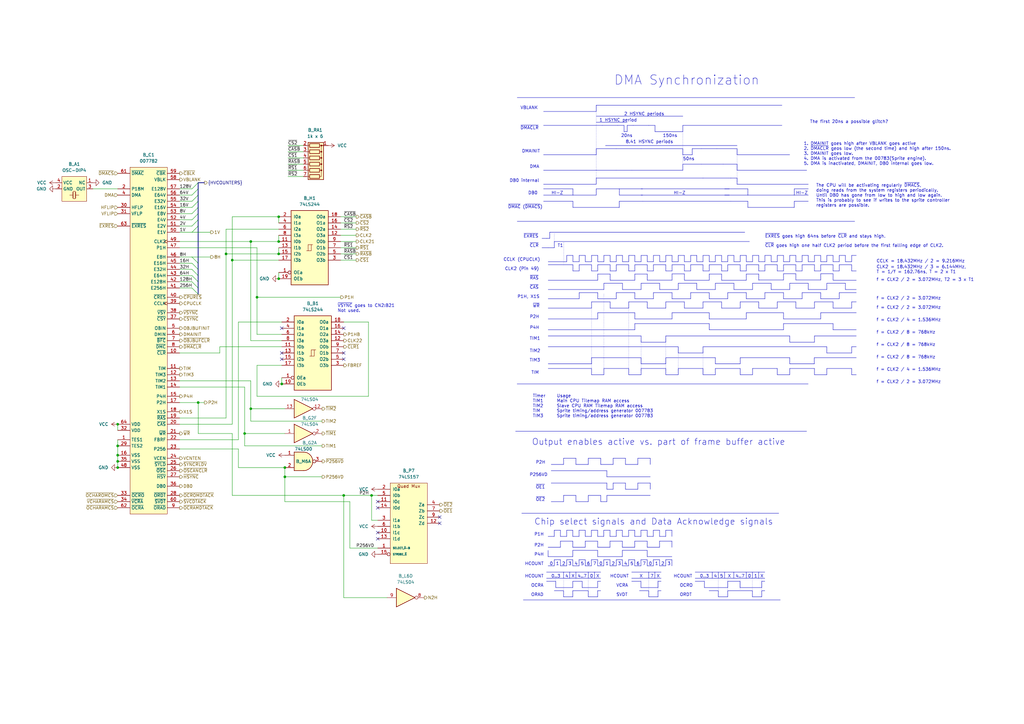
<source format=kicad_sch>
(kicad_sch (version 20230121) (generator eeschema)
  (paper "A3")
  (title_block (title "Twin 16") (date "2024-02-26") (company "Konami GX687 / GX785") (comment 1 "Ulf Skutnabba, twitter: @skutis77"))
  (bus_alias "HVCOUNTERS" (members "1V" "2V" "4V" "8V" "16V" "32V" "64V" "128V" "8H" "16H" "32H" "64H" "128H" "256H"))
  (junction (at 114.3 104.14))
  (junction (at 48.26 191.77))
  (junction (at 102.87 99.06))
  (junction (at 105.41 121.92))
  (junction (at 95.25 106.68))
  (junction (at 48.26 173.99))
  (junction (at 102.87 167.64))
  (junction (at 81.28 165.1))
  (junction (at 100.33 177.8))
  (junction (at 116.84 191.77))
  (junction (at 115.57 157.48))
  (junction (at 140.97 203.2))
  (junction (at 116.84 195.58))
  (junction (at 114.3 99.06))
  (junction (at 48.26 186.69))
  (junction (at 48.26 189.23))
  (junction (at 114.3 114.3))
  (junction (at 48.26 182.88))
  (junction (at 114.3 88.9))
  (junction (at 152.4 203.2))
  (junction (at 92.71 104.14))
  (no_connect (at 140.97 147.32))
  (no_connect (at 140.97 144.78))
  (no_connect (at 140.97 134.62))
  (no_connect (at 115.57 147.32))
  (no_connect (at 115.57 144.78))
  (no_connect (at 115.57 134.62))
  (no_connect (at 154.94 205.74))
  (no_connect (at 154.94 208.28))
  (no_connect (at 154.94 218.44))
  (no_connect (at 154.94 220.98))
  (no_connect (at 180.34 212.09))
  (no_connect (at 180.34 214.63))
  (bus_entry (at 78.74 92.71) (size 2.54 -2.54))
  (bus_entry (at 78.74 95.25) (size 2.54 -2.54))
  (bus_entry (at 78.74 85.09) (size 2.54 -2.54))
  (bus_entry (at 78.74 105.41) (size 2.54 2.54))
  (bus_entry (at 78.74 107.95) (size 2.54 2.54))
  (bus_entry (at 78.74 90.17) (size 2.54 -2.54))
  (bus_entry (at 78.74 77.47) (size 2.54 -2.54))
  (bus_entry (at 78.74 80.01) (size 2.54 -2.54))
  (bus_entry (at 78.74 82.55) (size 2.54 -2.54))
  (bus_entry (at 78.74 118.11) (size 2.54 2.54))
  (bus_entry (at 78.74 110.49) (size 2.54 2.54))
  (bus_entry (at 78.74 87.63) (size 2.54 -2.54))
  (bus_entry (at 78.74 113.03) (size 2.54 2.54))
  (bus_entry (at 78.74 115.57) (size 2.54 2.54))
  (wire (pts (xy 95.25 88.9) (xy 114.3 88.9)))
  (polyline (pts (xy 250.19 232.0925) (xy 252.73 232.0925)) (stroke (width 0) (type solid)))
  (polyline (pts (xy 273.0935 123.825) (xy 273.0935 126.365)) (stroke (width 0) (type solid)))
  (polyline (pts (xy 311.1935 107.315) (xy 313.7335 107.315)) (stroke (width 0) (type solid)))
  (polyline (pts (xy 254 85.09) (xy 254 82.55)) (stroke (width 0) (type solid)))
  (wire (pts (xy 78.74 95.25) (xy 86.36 95.25)))
  (polyline (pts (xy 245.1535 114.935) (xy 245.1535 112.395)) (stroke (width 0) (type solid)))
  (polyline (pts (xy 245.11 240.9825) (xy 245.11 238.4425)) (stroke (width 0) (type solid)))
  (polyline (pts (xy 318.8135 111.125) (xy 321.3535 111.125)) (stroke (width 0) (type solid)))
  (polyline (pts (xy 257.2185 51.435) (xy 259.7585 51.435)) (stroke (width 0) (type solid)))
  (polyline (pts (xy 231.14 237.1725) (xy 231.14 234.6325)) (stroke (width 0) (type solid)))
  (polyline (pts (xy 306.1135 111.125) (xy 306.1135 108.585)) (stroke (width 0) (type solid)))
  (polyline (pts (xy 268.0135 111.125) (xy 268.0135 108.585)) (stroke (width 0) (type solid)))
  (polyline (pts (xy 298.4935 108.585) (xy 303.5735 108.585)) (stroke (width 0) (type solid)))
  (polyline (pts (xy 293.4135 149.225) (xy 303.5735 149.225)) (stroke (width 0) (type solid)))
  (polyline (pts (xy 233.68 234.6325) (xy 236.22 234.6325)) (stroke (width 0) (type solid)))
  (polyline (pts (xy 257.8535 153.67) (xy 262.9335 153.67)) (stroke (width 0) (type solid)))
  (polyline (pts (xy 275.59 224.4725) (xy 275.59 221.9325)) (stroke (width 0) (type solid)))
  (polyline (pts (xy 248.92 195.58) (xy 266.7 195.58)) (stroke (width 0) (type solid)))
  (polyline (pts (xy 246.38 190.5) (xy 246.38 187.96)) (stroke (width 0) (type solid)))
  (polyline (pts (xy 246.38 205.74) (xy 246.38 203.2)) (stroke (width 0) (type solid)))
  (polyline (pts (xy 260.35 232.0925) (xy 262.89 232.0925)) (stroke (width 0) (type solid)))
  (polyline (pts (xy 260.3935 135.255) (xy 260.3935 132.715)) (stroke (width 0) (type solid)))
  (wire (pts (xy 73.66 80.01) (xy 78.74 80.01)))
  (polyline (pts (xy 229.87 220.0275) (xy 232.41 220.0275)) (stroke (width 0) (type solid)))
  (polyline (pts (xy 334.0535 107.315) (xy 334.0535 104.775)) (stroke (width 0) (type solid)))
  (polyline (pts (xy 241.3 244.7925) (xy 245.11 244.7925)) (stroke (width 0) (type solid)))
  (polyline (pts (xy 293.4135 153.67) (xy 293.4135 151.13)) (stroke (width 0) (type solid)))
  (wire (pts (xy 73.66 85.09) (xy 78.74 85.09)))
  (polyline (pts (xy 260.3935 111.125) (xy 260.3935 108.585)) (stroke (width 0) (type solid)))
  (polyline (pts (xy 248.92 203.2) (xy 266.7 203.2)) (stroke (width 0) (type solid)))
  (polyline (pts (xy 278.1735 144.78) (xy 288.3335 144.78)) (stroke (width 0) (type solid)))
  (polyline (pts (xy 236.22 237.1725) (xy 236.22 234.6325)) (stroke (width 0) (type solid)))
  (polyline (pts (xy 303.5735 123.825) (xy 311.1935 123.825)) (stroke (width 0) (type solid)))
  (polyline (pts (xy 224.8335 126.365) (xy 242.6135 126.365)) (stroke (width 0) (type solid)))
  (polyline (pts (xy 301.0335 107.315) (xy 301.0335 104.775)) (stroke (width 0) (type solid)))
  (wire (pts (xy 90.17 142.24) (xy 115.57 142.24)))
  (polyline (pts (xy 294.64 237.1725) (xy 294.64 234.6202)) (stroke (width 0) (type solid)))
  (polyline (pts (xy 263.5685 82.55) (xy 299.7635 82.55)))
  (polyline (pts (xy 262.89 240.9825) (xy 269.875 240.9825)) (stroke (width 0) (type solid)))
  (polyline (pts (xy 260.3935 132.715) (xy 290.8735 132.715)) (stroke (width 0) (type solid)))
  (polyline (pts (xy 323.8935 116.205) (xy 331.5135 116.205)) (stroke (width 0) (type solid)))
  (polyline (pts (xy 262.89 217.4875) (xy 262.89 220.0275)) (stroke (width 0) (type solid)))
  (polyline (pts (xy 301.0335 116.205) (xy 301.0335 118.745)) (stroke (width 0) (type solid)))
  (polyline (pts (xy 245.11 228.2825) (xy 255.27 228.2825)) (stroke (width 0) (type solid)))
  (polyline (pts (xy 236.22 190.5) (xy 241.3 190.5)) (stroke (width 0) (type solid)))
  (polyline (pts (xy 245.11 244.7925) (xy 245.11 242.2525)) (stroke (width 0) (type solid)))
  (polyline (pts (xy 344.2135 104.775) (xy 346.7535 104.775)) (stroke (width 0) (type solid)))
  (polyline (pts (xy 275.6335 114.8877) (xy 275.6335 112.3477)) (stroke (width 0) (type solid)))
  (polyline (pts (xy 334.0535 146.685) (xy 351.1985 146.685)) (stroke (width 0) (type solid)))
  (polyline (pts (xy 232.4535 107.315) (xy 232.4535 104.775)) (stroke (width 0) (type solid)))
  (polyline (pts (xy 326.4335 112.2952) (xy 326.4335 114.8352)) (stroke (width 0) (type solid)))
  (polyline (pts (xy 278.1735 107.315) (xy 278.1735 104.775)) (stroke (width 0) (type solid)))
  (polyline (pts (xy 311.1935 108.585) (xy 311.1935 111.125)) (stroke (width 0) (type solid)))
  (polyline (pts (xy 336.5935 112.2952) (xy 341.6735 112.2952)) (stroke (width 0) (type solid)))
  (wire (pts (xy 73.66 105.41) (xy 78.74 105.41)))
  (polyline (pts (xy 255.27 229.5525) (xy 255.27 232.0925)) (stroke (width 0) (type solid)))
  (polyline (pts (xy 313.7335 120.015) (xy 321.3535 120.015)) (stroke (width 0) (type solid)))
  (polyline (pts (xy 241.3 203.2) (xy 246.38 203.2)) (stroke (width 0) (type solid)))
  (polyline (pts (xy 303.5735 146.685) (xy 323.8935 146.685)) (stroke (width 0) (type solid)))
  (wire (pts (xy 154.94 224.79) (xy 143.51 224.79)))
  (polyline (pts (xy 260.3935 130.81) (xy 260.3935 128.27)) (stroke (width 0) (type solid)))
  (wire (pts (xy 102.87 156.21) (xy 102.87 167.64)))
  (wire (pts (xy 102.87 172.72) (xy 102.87 167.64)))
  (polyline (pts (xy 341.6735 108.585) (xy 341.6735 111.125)) (stroke (width 0) (type solid)))
  (polyline (pts (xy 245.1535 120.015) (xy 245.1535 122.555)) (stroke (width 0) (type solid)))
  (polyline (pts (xy 241.3 244.7925) (xy 241.3 242.2525)) (stroke (width 0) (type solid)))
  (polyline (pts (xy 260.3935 122.555) (xy 268.0135 122.555)) (stroke (width 0) (type solid)))
  (polyline (pts (xy 336.5935 107.315) (xy 339.1335 107.315)) (stroke (width 0) (type solid)))
  (polyline (pts (xy 242.57 229.5525) (xy 245.11 229.5525)) (stroke (width 0) (type solid)))
  (polyline (pts (xy 233.68 237.1725) (xy 236.22 237.1725)) (stroke (width 0) (type solid)))
  (polyline (pts (xy 268.6485 53.975) (xy 268.6485 51.435)) (stroke (width 0) (type solid)))
  (polyline (pts (xy 313.7335 122.555) (xy 313.7335 120.015)) (stroke (width 0) (type solid)))
  (polyline (pts (xy 280.7135 112.3477) (xy 280.7135 114.8877)) (stroke (width 0) (type solid)))
  (polyline (pts (xy 212.1335 40.005) (xy 350.5635 40.005)))
  (polyline (pts (xy 270.51 217.4875) (xy 270.51 220.0275)) (stroke (width 0) (type solid)))
  (wire (pts (xy 73.66 101.6) (xy 105.41 101.6)))
  (polyline (pts (xy 265.4735 108.585) (xy 265.4735 111.125)) (stroke (width 0) (type solid)))
  (bus (pts (xy 81.28 90.17) (xy 81.28 92.71)))
  (polyline (pts (xy 293.4135 149.225) (xy 293.4135 146.685)) (stroke (width 0) (type solid)))
  (wire (pts (xy 146.05 99.06) (xy 139.7 99.06)))
  (polyline (pts (xy 311.1935 112.395) (xy 311.1935 114.935)) (stroke (width 0) (type solid)))
  (polyline (pts (xy 294.64 244.7925) (xy 294.64 242.2525)) (stroke (width 0) (type solid)))
  (polyline (pts (xy 270.5535 118.745) (xy 278.1735 118.745)) (stroke (width 0) (type solid)))
  (polyline (pts (xy 262.9335 107.315) (xy 262.9335 104.775)) (stroke (width 0) (type solid)))
  (polyline (pts (xy 290.8735 111.125) (xy 290.8735 108.585)) (stroke (width 0) (type solid)))
  (polyline (pts (xy 301.0335 107.315) (xy 303.5735 107.315)) (stroke (width 0) (type solid)))
  (wire (pts (xy 73.66 158.75) (xy 100.33 158.75)))
  (wire (pts (xy 92.71 93.98) (xy 114.3 93.98)))
  (polyline (pts (xy 252.7735 60.96) (xy 262.9335 60.96)))
  (polyline (pts (xy 229.87 224.4725) (xy 229.87 221.9325)) (stroke (width 0) (type solid)))
  (polyline (pts (xy 321.3535 130.81) (xy 336.5935 130.81)) (stroke (width 0) (type solid)))
  (polyline (pts (xy 336.5935 107.315) (xy 336.5935 104.775)) (stroke (width 0) (type solid)))
  (polyline (pts (xy 245.11 232.0925) (xy 247.65 232.0925)) (stroke (width 0) (type solid)))
  (polyline (pts (xy 308.6535 118.745) (xy 308.6535 116.205)) (stroke (width 0) (type solid)))
  (polyline (pts (xy 241.3 190.5) (xy 241.3 187.96)) (stroke (width 0) (type solid)))
  (polyline (pts (xy 306.1135 112.395) (xy 311.1935 112.395)) (stroke (width 0) (type solid)))
  (polyline (pts (xy 316.2735 107.315) (xy 318.8135 107.315)) (stroke (width 0) (type solid)))
  (polyline (pts (xy 287.6985 60.96) (xy 294.0485 60.96)))
  (polyline (pts (xy 323.8935 140.335) (xy 323.8935 137.795)) (stroke (width 0) (type solid)))
  (polyline (pts (xy 250.2335 107.315) (xy 252.7735 107.315)) (stroke (width 0) (type solid)))
  (polyline (pts (xy 227.965 240.9825) (xy 234.95 240.9825)) (stroke (width 0) (type solid)))
  (polyline (pts (xy 266.7 200.66) (xy 266.7 198.12)) (stroke (width 0) (type solid)))
  (wire (pts (xy 114.3 88.9) (xy 114.3 91.44)))
  (polyline (pts (xy 290.8735 130.81) (xy 290.8735 128.27)) (stroke (width 0) (type solid)))
  (polyline (pts (xy 323.8935 104.775) (xy 326.4335 104.775)) (stroke (width 0) (type solid)))
  (polyline (pts (xy 247.6935 118.745) (xy 247.6935 116.205)) (stroke (width 0) (type solid)))
  (bus (pts (xy 81.28 85.09) (xy 81.28 87.63)))
  (polyline (pts (xy 278.1735 144.78) (xy 278.1735 142.24)) (stroke (width 0) (type solid)))
  (polyline (pts (xy 262.9335 149.225) (xy 273.0935 149.225)) (stroke (width 0) (type solid)))
  (polyline (pts (xy 265.43 217.4875) (xy 265.43 220.0275)) (stroke (width 0) (type solid)))
  (polyline (pts (xy 318.8135 153.67) (xy 323.8935 153.67)) (stroke (width 0) (type solid)))
  (polyline (pts (xy 323.8935 118.745) (xy 323.8935 116.205)) (stroke (width 0) (type solid)))
  (polyline (pts (xy 306.7485 80.01) (xy 306.7485 77.47)) (stroke (width 0) (type solid)))
  (polyline (pts (xy 222.9285 51.435) (xy 247.0585 51.435)) (stroke (width 0) (type solid)))
  (polyline (pts (xy 278.1735 151.13) (xy 288.3335 151.13)) (stroke (width 0) (type solid)))
  (polyline (pts (xy 252.7735 120.015) (xy 260.3935 120.015)) (stroke (width 0) (type solid)))
  (wire (pts (xy 152.4 203.2) (xy 154.94 203.2)))
  (polyline (pts (xy 308.6535 153.67) (xy 308.6535 151.13)) (stroke (width 0) (type solid)))
  (polyline (pts (xy 287.6985 67.31) (xy 296.5885 67.31)))
  (polyline (pts (xy 270.51 220.0275) (xy 273.05 220.0275)) (stroke (width 0) (type solid)))
  (polyline (pts (xy 341.6735 135.255) (xy 351.1985 135.255)) (stroke (width 0) (type solid)))
  (polyline (pts (xy 255.3135 118.745) (xy 262.9335 118.745)) (stroke (width 0) (type solid)))
  (wire (pts (xy 118.11 62.23) (xy 124.46 62.23)))
  (polyline (pts (xy 302.3035 61.595) (xy 302.3035 74.93)) (stroke (width 0) (type dot)))
  (polyline (pts (xy 268.0135 104.775) (xy 270.5535 104.775)) (stroke (width 0) (type solid)))
  (polyline (pts (xy 349.2935 111.125) (xy 351.1985 111.125)) (stroke (width 0) (type solid)))
  (polyline (pts (xy 306.7485 80.01) (xy 297.2235 80.01)) (stroke (width 0) (type solid)))
  (polyline (pts (xy 349.2935 123.825) (xy 349.2935 126.365)) (stroke (width 0) (type solid)))
  (polyline (pts (xy 341.6735 123.825) (xy 341.6735 126.365)) (stroke (width 0) (type solid)))
  (polyline (pts (xy 234.9935 80.01) (xy 222.9285 80.01)) (stroke (width 0) (type solid)))
  (polyline (pts (xy 283.2535 120.015) (xy 290.8735 120.015)) (stroke (width 0) (type solid)))
  (polyline (pts (xy 229.87 229.5525) (xy 229.87 232.0925)) (stroke (width 0) (type solid)))
  (polyline (pts (xy 280.7135 111.125) (xy 283.2535 111.125)) (stroke (width 0) (type solid)))
  (polyline (pts (xy 240.0735 107.315) (xy 240.0735 104.775)) (stroke (width 0) (type solid)))
  (polyline (pts (xy 234.95 228.2825) (xy 234.95 225.7425)) (stroke (width 0) (type solid)))
  (polyline (pts (xy 331.5135 82.55) (xy 325.7985 82.55)) (stroke (width 0) (type solid)))
  (wire (pts (xy 73.66 180.34) (xy 97.79 180.34)))
  (polyline (pts (xy 321.3535 122.555) (xy 328.9735 122.555)) (stroke (width 0) (type solid)))
  (wire (pts (xy 116.84 195.58) (xy 132.08 195.58)))
  (polyline (pts (xy 265.4735 107.315) (xy 268.0135 107.315)) (stroke (width 0) (type solid)))
  (polyline (pts (xy 259.08 234.6325) (xy 266.065 234.6325)) (stroke (width 0) (type solid)))
  (polyline (pts (xy 222.2935 101.6) (xy 224.8335 101.6)))
  (polyline (pts (xy 331.5135 116.205) (xy 331.5135 118.745)) (stroke (width 0) (type solid)))
  (polyline (pts (xy 273.0935 146.685) (xy 293.4135 146.685)) (stroke (width 0) (type solid)))
  (polyline (pts (xy 341.6735 135.255) (xy 341.6735 132.715)) (stroke (width 0) (type solid)))
  (wire (pts (xy 95.25 177.8) (xy 95.25 203.2)))
  (polyline (pts (xy 273.05 217.4875) (xy 273.05 220.0275)) (stroke (width 0) (type solid)))
  (polyline (pts (xy 245.1535 107.315) (xy 247.6935 107.315)) (stroke (width 0) (type solid)))
  (polyline (pts (xy 336.5935 130.81) (xy 336.5935 128.27)) (stroke (width 0) (type solid)))
  (polyline (pts (xy 240.03 232.0925) (xy 242.57 232.0925)) (stroke (width 0) (type solid)))
  (wire (pts (xy 92.71 104.14) (xy 92.71 93.98)))
  (polyline (pts (xy 275.6335 120.015) (xy 275.6335 122.555)) (stroke (width 0) (type solid)))
  (polyline (pts (xy 244.5185 60.96) (xy 252.7735 60.96)) (stroke (width 0) (type solid)))
  (polyline (pts (xy 252.7735 69.85) (xy 259.1235 69.85)))
  (polyline (pts (xy 234.9935 85.09) (xy 254.0435 85.09)) (stroke (width 0) (type solid)))
  (polyline (pts (xy 252.7735 104.775) (xy 255.3135 104.775)) (stroke (width 0) (type solid)))
  (polyline (pts (xy 262.9335 118.745) (xy 262.9335 116.205)) (stroke (width 0) (type solid)))
  (polyline (pts (xy 339.1335 144.78) (xy 339.1335 142.24)) (stroke (width 0) (type solid)))
  (polyline (pts (xy 257.81 229.5525) (xy 260.35 229.5525)) (stroke (width 0) (type solid)))
  (polyline (pts (xy 302.3035 63.5) (xy 302.3035 60.96)) (stroke (width 0) (type solid)))
  (wire (pts (xy 105.41 162.56) (xy 105.41 149.86)))
  (polyline (pts (xy 259.08 237.1725) (xy 266.065 237.1725)) (stroke (width 0) (type solid)))
  (polyline (pts (xy 238.76 240.9825) (xy 245.11 240.9825)) (stroke (width 0) (type solid)))
  (wire (pts (xy 118.11 72.39) (xy 124.46 72.39)))
  (polyline (pts (xy 341.6735 107.315) (xy 341.6735 104.775)) (stroke (width 0) (type solid)))
  (polyline (pts (xy 250.19 224.4725) (xy 250.19 221.9325)) (stroke (width 0) (type solid)))
  (polyline (pts (xy 241.3 237.1725) (xy 243.84 237.1725)) (stroke (width 0) (type solid)))
  (wire (pts (xy 105.41 121.92) (xy 139.7 121.92)))
  (polyline (pts (xy 283.8885 60.96) (xy 287.6985 60.96)) (stroke (width 0) (type solid)))
  (polyline (pts (xy 269.875 240.9825) (xy 269.875 238.4425)) (stroke (width 0) (type solid)))
  (polyline (pts (xy 334.0535 123.825) (xy 334.0535 126.365)) (stroke (width 0) (type solid)))
  (polyline (pts (xy 268.605 237.1725) (xy 268.605 234.6325)) (stroke (width 0) (type solid)))
  (polyline (pts (xy 242.6135 104.775) (xy 245.1535 104.775)) (stroke (width 0) (type solid)))
  (polyline (pts (xy 262.255 242.2525) (xy 266.065 242.2525)) (stroke (width 0) (type solid)))
  (wire (pts (xy 140.97 245.11) (xy 140.97 203.2)))
  (polyline (pts (xy 308.6535 151.13) (xy 318.8135 151.13)) (stroke (width 0) (type solid)))
  (polyline (pts (xy 275.6335 112.3477) (xy 280.7135 112.3477)) (stroke (width 0) (type solid)))
  (polyline (pts (xy 224.8335 114.935) (xy 245.1535 114.935)) (stroke (width 0) (type solid)))
  (polyline (pts (xy 237.49 217.4875) (xy 237.49 220.0275)) (stroke (width 0) (type solid)))
  (polyline (pts (xy 262.9335 104.775) (xy 265.4735 104.775)) (stroke (width 0) (type solid)))
  (wire (pts (xy 100.33 177.8) (xy 116.84 177.8)))
  (polyline (pts (xy 273.05 229.5525) (xy 275.59 229.5525)) (stroke (width 0) (type solid)))
  (polyline (pts (xy 267.97 217.4875) (xy 270.51 217.4875)) (stroke (width 0) (type solid)))
  (polyline (pts (xy 298.45 242.2525) (xy 308.61 242.2525)) (stroke (width 0) (type solid)))
  (polyline (pts (xy 234.9935 82.55) (xy 222.9285 82.55)) (stroke (width 0) (type solid)))
  (polyline (pts (xy 295.9535 126.365) (xy 303.5735 126.365)) (stroke (width 0) (type solid)))
  (polyline (pts (xy 269.875 242.2525) (xy 271.145 242.2525)) (stroke (width 0) (type solid)))
  (polyline (pts (xy 243.84 237.1725) (xy 246.38 237.1725)) (stroke (width 0) (type solid)))
  (polyline (pts (xy 247.65 229.5525) (xy 247.65 232.0925)) (stroke (width 0) (type solid)))
  (polyline (pts (xy 275.59 229.5525) (xy 275.59 232.0925)) (stroke (width 0) (type solid)))
  (polyline (pts (xy 242.6135 123.825) (xy 242.6135 126.365)) (stroke (width 0) (type solid)))
  (polyline (pts (xy 311.1935 111.125) (xy 313.7335 111.125)) (stroke (width 0) (type solid)))
  (wire (pts (xy 143.51 224.79) (xy 143.51 205.74)))
  (polyline (pts (xy 278.1735 116.205) (xy 285.7935 116.205)) (stroke (width 0) (type solid)))
  (polyline (pts (xy 273.0935 104.775) (xy 275.6335 104.775)) (stroke (width 0) (type solid)))
  (wire (pts (xy 151.13 162.56) (xy 105.41 162.56)))
  (polyline (pts (xy 346.7535 118.745) (xy 346.7535 116.205)) (stroke (width 0) (type solid)))
  (wire (pts (xy 116.84 191.77) (xy 116.84 195.58)))
  (polyline (pts (xy 250.2335 114.935) (xy 260.3935 114.935)) (stroke (width 0) (type solid)))
  (polyline (pts (xy 244.5185 43.18) (xy 320.7185 43.18)) (stroke (width 0) (type solid)))
  (polyline (pts (xy 303.5735 153.67) (xy 303.5735 151.13)) (stroke (width 0) (type solid)))
  (polyline (pts (xy 273.0935 123.825) (xy 280.7135 123.825)) (stroke (width 0) (type solid)))
  (polyline (pts (xy 232.4535 104.775) (xy 234.9935 104.775)) (stroke (width 0) (type solid)))
  (polyline (pts (xy 306.1135 122.555) (xy 313.7335 122.555)) (stroke (width 0) (type solid)))
  (polyline (pts (xy 312.42 237.1725) (xy 312.42 242.2525)) (stroke (width 0) (type dot)))
  (polyline (pts (xy 240.03 229.5525) (xy 240.03 232.0925)) (stroke (width 0) (type solid)))
  (polyline (pts (xy 227.965 237.1725) (xy 227.965 238.4425)) (stroke (width 0) (type dot)))
  (wire (pts (xy 81.28 165.1) (xy 73.66 165.1)))
  (polyline (pts (xy 251.46 198.12) (xy 256.54 198.12)) (stroke (width 0) (type solid)))
  (polyline (pts (xy 242.6135 153.67) (xy 247.6935 153.67)) (stroke (width 0) (type solid)))
  (polyline (pts (xy 285.115 238.4425) (xy 288.925 238.4425)) (stroke (width 0) (type solid)))
  (polyline (pts (xy 306.7485 77.47) (xy 297.2235 77.47)) (stroke (width 0) (type solid)))
  (polyline (pts (xy 227.33 217.4875) (xy 227.33 220.0275)) (stroke (width 0) (type solid)))
  (wire (pts (xy 73.66 115.57) (xy 78.74 115.57)))
  (polyline (pts (xy 326.4335 107.315) (xy 326.4335 104.775)) (stroke (width 0) (type solid)))
  (polyline (pts (xy 245.1535 107.315) (xy 245.1535 104.775)) (stroke (width 0) (type solid)))
  (polyline (pts (xy 247.65 229.5525) (xy 250.19 229.5525)) (stroke (width 0) (type solid)))
  (polyline (pts (xy 256.54 200.66) (xy 261.62 200.66)) (stroke (width 0) (type solid)))
  (polyline (pts (xy 265.43 224.4725) (xy 265.43 221.9325)) (stroke (width 0) (type solid)))
  (polyline (pts (xy 306.1135 128.27) (xy 321.3535 128.27)) (stroke (width 0) (type solid)))
  (polyline (pts (xy 334.0535 104.775) (xy 336.5935 104.775)) (stroke (width 0) (type solid)))
  (polyline (pts (xy 326.4335 108.585) (xy 326.4335 111.125)) (stroke (width 0) (type solid)))
  (polyline (pts (xy 224.155 234.6325) (xy 231.14 234.6325)) (stroke (width 0) (type solid)))
  (polyline (pts (xy 257.2185 53.975) (xy 257.2185 51.435)) (stroke (width 0) (type solid)))
  (polyline (pts (xy 251.46 190.5) (xy 251.46 187.96)) (stroke (width 0) (type solid)))
  (wire (pts (xy 73.66 87.63) (xy 78.74 87.63)))
  (wire (pts (xy 158.75 245.11) (xy 140.97 245.11)))
  (polyline (pts (xy 288.3335 111.125) (xy 290.8735 111.125)) (stroke (width 0) (type solid)))
  (polyline (pts (xy 295.9535 123.825) (xy 295.9535 126.365)) (stroke (width 0) (type solid)))
  (polyline (pts (xy 344.2135 120.015) (xy 351.1985 120.015)) (stroke (width 0) (type solid)))
  (polyline (pts (xy 283.2535 107.315) (xy 283.2535 104.775)) (stroke (width 0) (type solid)))
  (polyline (pts (xy 245.1535 130.81) (xy 245.1535 128.27)) (stroke (width 0) (type solid)))
  (polyline (pts (xy 224.8335 135.255) (xy 260.3935 135.255)) (stroke (width 0) (type solid)))
  (wire (pts (xy 73.66 99.06) (xy 102.87 99.06)))
  (polyline (pts (xy 262.89 217.4875) (xy 265.43 217.4875)) (stroke (width 0) (type solid)))
  (polyline (pts (xy 328.9735 122.555) (xy 328.9735 120.015)) (stroke (width 0) (type solid)))
  (polyline (pts (xy 341.6735 126.365) (xy 349.2935 126.365)) (stroke (width 0) (type solid)))
  (polyline (pts (xy 238.76 240.9825) (xy 238.76 238.4425)) (stroke (width 0) (type solid)))
  (wire (pts (xy 73.66 156.21) (xy 102.87 156.21)))
  (polyline (pts (xy 247.65 217.4875) (xy 247.65 220.0275)) (stroke (width 0) (type solid)))
  (polyline (pts (xy 253.4085 51.435) (xy 255.9485 51.435)) (stroke (width 0) (type solid)))
  (polyline (pts (xy 265.4735 114.8877) (xy 275.6335 114.8877)) (stroke (width 0) (type solid)))
  (polyline (pts (xy 234.9935 108.585) (xy 234.9935 111.125)) (stroke (width 0) (type solid)))
  (wire (pts (xy 48.26 189.23) (xy 48.26 191.77)))
  (polyline (pts (xy 290.83 242.2525) (xy 294.64 242.2525)) (stroke (width 0) (type solid)))
  (polyline (pts (xy 266.7 190.5) (xy 266.7 187.96)) (stroke (width 0) (type solid)))
  (wire (pts (xy 97.79 191.77) (xy 116.84 191.77)))
  (polyline (pts (xy 280.0785 69.85) (xy 280.0785 67.31)) (stroke (width 0) (type solid)))
  (wire (pts (xy 100.33 177.8) (xy 100.33 158.75)))
  (polyline (pts (xy 313.7335 111.125) (xy 313.7335 108.585)) (stroke (width 0) (type solid)))
  (polyline (pts (xy 245.11 242.2525) (xy 246.38 242.2525)) (stroke (width 0) (type solid)))
  (polyline (pts (xy 349.2935 142.24) (xy 351.1985 142.24)) (stroke (width 0) (type solid)))
  (polyline (pts (xy 298.4935 120.015) (xy 306.1135 120.015)) (stroke (width 0) (type solid)))
  (polyline (pts (xy 245.1535 108.585) (xy 250.2335 108.585)) (stroke (width 0) (type solid)))
  (polyline (pts (xy 268.0135 120.015) (xy 275.6335 120.015)) (stroke (width 0) (type solid)))
  (polyline (pts (xy 280.0785 53.975) (xy 280.0785 67.31)) (stroke (width 0) (type dot)))
  (polyline (pts (xy 260.3935 107.315) (xy 262.9335 107.315)) (stroke (width 0) (type solid)))
  (polyline (pts (xy 321.3535 108.585) (xy 326.4335 108.585)) (stroke (width 0) (type solid)))
  (polyline (pts (xy 247.65 217.4875) (xy 250.19 217.4875)) (stroke (width 0) (type solid)))
  (polyline (pts (xy 290.8735 130.81) (xy 306.1135 130.81)) (stroke (width 0) (type solid)))
  (polyline (pts (xy 290.8735 114.935) (xy 290.8735 112.395)) (stroke (width 0) (type solid)))
  (wire (pts (xy 78.74 105.41) (xy 86.36 105.41)))
  (polyline (pts (xy 318.8135 108.585) (xy 318.8135 111.125)) (stroke (width 0) (type solid)))
  (polyline (pts (xy 255.3135 107.315) (xy 257.8535 107.315)) (stroke (width 0) (type solid)))
  (polyline (pts (xy 288.925 237.1725) (xy 288.925 238.4425)) (stroke (width 0) (type dot)))
  (polyline (pts (xy 334.0535 111.125) (xy 336.5935 111.125)) (stroke (width 0) (type solid)))
  (polyline (pts (xy 308.6535 107.315) (xy 308.6535 104.775)) (stroke (width 0) (type solid)))
  (polyline (pts (xy 227.33 229.5525) (xy 229.87 229.5525)) (stroke (width 0) (type solid)))
  (polyline (pts (xy 273.0935 111.125) (xy 275.6335 111.125)) (stroke (width 0) (type solid)))
  (wire (pts (xy 73.66 184.15) (xy 97.79 184.15)))
  (polyline (pts (xy 252.73 217.4875) (xy 252.73 220.0275)) (stroke (width 0) (type solid)))
  (polyline (pts (xy 237.5335 107.315) (xy 237.5335 104.775)) (stroke (width 0) (type solid)))
  (polyline (pts (xy 234.95 224.4725) (xy 234.95 221.9325)) (stroke (width 0) (type solid)))
  (polyline (pts (xy 302.3035 73.025) (xy 299.7635 73.025)) (stroke (width 0) (type solid)))
  (polyline (pts (xy 247.6935 120.65) (xy 247.6935 151.13)) (stroke (width 0) (type dot)))
  (polyline (pts (xy 237.49 229.5525) (xy 237.49 232.0925)) (stroke (width 0) (type solid)))
  (polyline (pts (xy 323.8935 140.335) (xy 334.0535 140.335)) (stroke (width 0) (type solid)))
  (polyline (pts (xy 341.6735 111.125) (xy 344.2135 111.125)) (stroke (width 0) (type solid)))
  (polyline (pts (xy 242.6135 111.125) (xy 245.1535 111.125)) (stroke (width 0) (type solid)))
  (polyline (pts (xy 302.3035 67.31) (xy 296.5885 67.31)) (stroke (width 0) (type solid)))
  (polyline (pts (xy 227.33 229.5525) (xy 227.33 232.0925)) (stroke (width 0) (type solid)))
  (polyline (pts (xy 236.22 205.74) (xy 236.22 203.2)) (stroke (width 0) (type solid)))
  (polyline (pts (xy 270.51 229.5525) (xy 270.51 232.0925)) (stroke (width 0) (type solid)))
  (wire (pts (xy 90.17 144.78) (xy 90.17 142.24)))
  (wire (pts (xy 92.71 104.14) (xy 114.3 104.14)))
  (polyline (pts (xy 273.0935 107.315) (xy 273.0935 104.775)) (stroke (width 0) (type solid)))
  (polyline (pts (xy 334.0535 153.67) (xy 334.0535 151.13)) (stroke (width 0) (type solid)))
  (polyline (pts (xy 293.4135 104.775) (xy 295.9535 104.775)) (stroke (width 0) (type solid)))
  (polyline (pts (xy 306.1135 107.315) (xy 308.6535 107.315)) (stroke (width 0) (type solid)))
  (polyline (pts (xy 227.33 242.2525) (xy 231.14 242.2525)) (stroke (width 0) (type solid)))
  (polyline (pts (xy 234.95 224.4725) (xy 240.03 224.4725)) (stroke (width 0) (type solid)))
  (polyline (pts (xy 236.22 190.5) (xy 236.22 187.96)) (stroke (width 0) (type solid)))
  (polyline (pts (xy 240.03 221.9325) (xy 245.11 221.9325)) (stroke (width 0) (type solid)))
  (polyline (pts (xy 252.7735 108.585) (xy 257.8535 108.585)) (stroke (width 0) (type solid)))
  (polyline (pts (xy 328.9735 107.315) (xy 328.9735 104.775)) (stroke (width 0) (type solid)))
  (polyline (pts (xy 312.42 244.7925) (xy 312.42 242.2525)) (stroke (width 0) (type solid)))
  (polyline (pts (xy 313.7335 104.775) (xy 316.2735 104.775)) (stroke (width 0) (type solid)))
  (polyline (pts (xy 273.0935 108.585) (xy 273.0935 111.125)) (stroke (width 0) (type solid)))
  (polyline (pts (xy 266.065 237.1602) (xy 268.605 237.1602)) (stroke (width 0) (type solid)))
  (polyline (pts (xy 268.605 234.6325) (xy 271.145 234.6325)) (stroke (width 0) (type solid)))
  (polyline (pts (xy 266.065 237.1725) (xy 266.065 242.2525)) (stroke (width 0) (type dot)))
  (polyline (pts (xy 331.5135 77.47) (xy 325.7985 77.47)) (stroke (width 0) (type solid)))
  (polyline (pts (xy 288.3335 108.585) (xy 288.3335 111.125)) (stroke (width 0) (type solid)))
  (polyline (pts (xy 280.0785 63.5) (xy 283.8885 63.5)) (stroke (width 0) (type solid)))
  (polyline (pts (xy 290.8735 112.395) (xy 295.9535 112.395)) (stroke (width 0) (type solid)))
  (polyline (pts (xy 339.1335 104.775) (xy 341.6735 104.775)) (stroke (width 0) (type solid)))
  (polyline (pts (xy 252.7735 111.125) (xy 252.7735 108.585)) (stroke (width 0) (type solid)))
  (polyline (pts (xy 245.11 224.4725) (xy 245.11 221.9325)) (stroke (width 0) (type solid)))
  (polyline (pts (xy 260.35 224.4725) (xy 260.35 221.9325)) (stroke (width 0) (type solid)))
  (polyline (pts (xy 331.5135 107.315) (xy 334.0535 107.315)) (stroke (width 0) (type solid)))
  (polyline (pts (xy 283.2535 122.555) (xy 283.2535 120.015)) (stroke (width 0) (type solid)))
  (polyline (pts (xy 285.7935 107.315) (xy 285.7935 104.775)) (stroke (width 0) (type solid)))
  (polyline (pts (xy 244.5185 45.72) (xy 244.5185 43.18)) (stroke (width 0) (type solid)))
  (polyline (pts (xy 341.6735 107.315) (xy 344.2135 107.315)) (stroke (width 0) (type solid)))
  (polyline (pts (xy 224.8335 151.13) (xy 242.6135 151.13)) (stroke (width 0) (type solid)))
  (polyline (pts (xy 262.89 229.5525) (xy 262.89 232.0925)) (stroke (width 0) (type solid)))
  (wire (pts (xy 73.66 173.99) (xy 95.25 173.99)))
  (wire (pts (xy 140.97 132.08) (xy 151.13 132.08)))
  (polyline (pts (xy 273.0935 153.67) (xy 273.0935 151.13)) (stroke (width 0) (type solid)))
  (polyline (pts (xy 298.45 238.4425) (xy 303.53 238.4425)) (stroke (width 0) (type solid)))
  (polyline (pts (xy 245.1535 122.555) (xy 252.7735 122.555)) (stroke (width 0) (type solid)))
  (polyline (pts (xy 344.2135 107.315) (xy 344.2135 104.775)) (stroke (width 0) (type solid)))
  (polyline (pts (xy 227.3735 99.06) (xy 227.3735 95.25)) (stroke (width 0) (type dot)))
  (polyline (pts (xy 273.0935 149.225) (xy 273.0935 146.685)) (stroke (width 0) (type solid)))
  (polyline (pts (xy 266.065 237.1725) (xy 266.065 234.6325)) (stroke (width 0) (type solid)))
  (polyline (pts (xy 265.43 229.5525) (xy 265.43 232.0925)) (stroke (width 0) (type solid)))
  (polyline (pts (xy 275.6335 111.125) (xy 275.6335 108.585)) (stroke (width 0) (type solid)))
  (polyline (pts (xy 321.3535 107.315) (xy 321.3535 104.775)) (stroke (width 0) (type solid)))
  (wire (pts (xy 146.05 93.98) (xy 139.7 93.98)))
  (wire (pts (xy 114.3 96.52) (xy 114.3 99.06)))
  (polyline (pts (xy 241.3 205.74) (xy 241.3 203.2)) (stroke (width 0) (type solid)))
  (polyline (pts (xy 224.79 224.4725) (xy 229.87 224.4725)) (stroke (width 0) (type solid)))
  (polyline (pts (xy 349.2935 153.67) (xy 349.2935 151.13)) (stroke (width 0) (type solid)))
  (polyline (pts (xy 255.27 232.0925) (xy 257.81 232.0925)) (stroke (width 0) (type solid)))
  (polyline (pts (xy 224.8335 130.81) (xy 245.1535 130.81)) (stroke (width 0) (type solid)))
  (polyline (pts (xy 260.3935 130.81) (xy 275.6335 130.81)) (stroke (width 0) (type solid)))
  (polyline (pts (xy 250.2335 112.395) (xy 250.2335 114.935)) (stroke (width 0) (type solid)))
  (polyline (pts (xy 260.35 229.5525) (xy 260.35 232.0925)) (stroke (width 0) (type solid)))
  (polyline (pts (xy 234.9935 85.09) (xy 234.9935 82.55)) (stroke (width 0) (type solid)))
  (polyline (pts (xy 252.73 229.5525) (xy 255.27 229.5525)) (stroke (width 0) (type solid)))
  (polyline (pts (xy 306.7485 85.09) (xy 325.7985 85.09)) (stroke (width 0) (type solid)))
  (polyline (pts (xy 242.6135 108.585) (xy 242.6135 111.125)) (stroke (width 0) (type solid)))
  (polyline (pts (xy 244.5185 80.01) (xy 244.5185 77.47)) (stroke (width 0) (type solid)))
  (polyline (pts (xy 254.0435 77.47) (xy 244.5185 77.47)) (stroke (width 0) (type solid)))
  (polyline (pts (xy 260.3935 107.315) (xy 260.3935 104.775)) (stroke (width 0) (type solid)))
  (polyline (pts (xy 280.7135 114.935) (xy 290.8735 114.935)) (stroke (width 0) (type solid)))
  (polyline (pts (xy 224.8335 142.24) (xy 278.1735 142.24)) (stroke (width 0) (type solid)))
  (polyline (pts (xy 232.41 229.5525) (xy 234.95 229.5525)) (stroke (width 0) (type solid)))
  (polyline (pts (xy 328.9735 120.015) (xy 336.5935 120.015)) (stroke (width 0) (type solid)))
  (polyline (pts (xy 318.8135 123.825) (xy 318.8135 126.365)) (stroke (width 0) (type solid)))
  (polyline (pts (xy 288.925 240.9825) (xy 298.45 240.9825)) (stroke (width 0) (type solid)))
  (polyline (pts (xy 236.22 237.1725) (xy 241.3 237.1725)) (stroke (width 0) (type solid)))
  (polyline (pts (xy 334.0535 140.335) (xy 334.0535 137.795)) (stroke (width 0) (type solid)))
  (polyline (pts (xy 339.1335 116.205) (xy 346.7535 116.205)) (stroke (width 0) (type solid)))
  (polyline (pts (xy 298.4935 107.315) (xy 298.4935 104.775)) (stroke (width 0) (type solid)))
  (bus (pts (xy 81.28 107.95) (xy 81.28 110.49)))
  (wire (pts (xy 146.05 91.44) (xy 139.7 91.44)))
  (polyline (pts (xy 248.92 200.66) (xy 251.46 200.66)) (stroke (width 0) (type solid)))
  (polyline (pts (xy 334.0535 137.795) (xy 351.1985 137.795)) (stroke (width 0) (type solid)))
  (polyline (pts (xy 349.2935 108.585) (xy 349.2935 111.125)) (stroke (width 0) (type solid)))
  (polyline (pts (xy 318.8135 104.775) (xy 321.3535 104.775)) (stroke (width 0) (type solid)))
  (polyline (pts (xy 269.875 237.1725) (xy 269.875 242.2525)) (stroke (width 0) (type dot)))
  (wire (pts (xy 81.28 165.1) (xy 81.28 177.8)))
  (polyline (pts (xy 280.0785 63.5) (xy 280.0785 60.96)) (stroke (width 0) (type solid)))
  (polyline (pts (xy 245.1535 112.395) (xy 250.2335 112.395)) (stroke (width 0) (type solid)))
  (polyline (pts (xy 248.92 205.74) (xy 248.92 203.2)) (stroke (width 0) (type solid)))
  (polyline (pts (xy 255.27 217.4875) (xy 255.27 220.0275)) (stroke (width 0) (type solid)))
  (polyline (pts (xy 331.5135 80.01) (xy 325.7985 80.01)) (stroke (width 0) (type solid)))
  (wire (pts (xy 146.05 104.14) (xy 139.7 104.14)))
  (polyline (pts (xy 225.4685 97.79) (xy 225.4685 95.25)) (stroke (width 0) (type solid)))
  (polyline (pts (xy 297.18 237.1602) (xy 297.18 234.6202)) (stroke (width 0) (type solid)))
  (polyline (pts (xy 273.0935 140.335) (xy 273.0935 137.795)) (stroke (width 0) (type solid)))
  (polyline (pts (xy 234.95 238.4425) (xy 238.76 238.4425)) (stroke (width 0) (type solid)))
  (polyline (pts (xy 247.0585 51.435) (xy 253.4085 51.435)))
  (polyline (pts (xy 242.6135 123.825) (xy 250.2335 123.825)) (stroke (width 0) (type solid)))
  (wire (pts (xy 92.71 171.45) (xy 92.71 104.14)))
  (polyline (pts (xy 257.8535 123.825) (xy 265.4735 123.825)) (stroke (width 0) (type solid)))
  (bus (pts (xy 81.28 115.57) (xy 81.28 118.11)))
  (polyline (pts (xy 349.2935 107.315) (xy 349.2935 104.775)) (stroke (width 0) (type solid)))
  (wire (pts (xy 116.84 205.74) (xy 116.84 195.58)))
  (polyline (pts (xy 242.57 229.5525) (xy 242.57 232.0925)) (stroke (width 0) (type solid)))
  (polyline (pts (xy 224.79 228.2825) (xy 224.79 225.7425)) (stroke (width 0) (type solid)))
  (polyline (pts (xy 244.5185 47.625) (xy 280.0785 47.625)))
  (polyline (pts (xy 265.43 228.2825) (xy 275.59 228.2825)) (stroke (width 0) (type solid)))
  (polyline (pts (xy 268.0135 108.585) (xy 273.0935 108.585)) (stroke (width 0) (type solid)))
  (polyline (pts (xy 280.7135 107.315) (xy 280.7135 104.775)) (stroke (width 0) (type solid)))
  (polyline (pts (xy 262.89 240.9825) (xy 262.89 238.4425)) (stroke (width 0) (type solid)))
  (polyline (pts (xy 229.87 232.0925) (xy 232.41 232.0925)) (stroke (width 0) (type solid)))
  (polyline (pts (xy 242.57 217.4875) (xy 242.57 220.0275)) (stroke (width 0) (type solid)))
  (polyline (pts (xy 288.3335 153.67) (xy 293.4135 153.67)) (stroke (width 0) (type solid)))
  (polyline (pts (xy 306.1135 120.015) (xy 306.1135 122.555)) (stroke (width 0) (type solid)))
  (polyline (pts (xy 328.9735 108.585) (xy 334.0535 108.585)) (stroke (width 0) (type solid)))
  (polyline (pts (xy 229.87 221.9325) (xy 234.95 221.9325)) (stroke (width 0) (type solid)))
  (polyline (pts (xy 268.0135 107.315) (xy 268.0135 104.775)) (stroke (width 0) (type solid)))
  (polyline (pts (xy 295.9535 108.585) (xy 295.9535 111.125)) (stroke (width 0) (type solid)))
  (polyline (pts (xy 308.61 237.1725) (xy 308.61 242.2525)) (stroke (width 0) (type dot)))
  (polyline (pts (xy 262.9335 60.96) (xy 280.0785 60.96)) (stroke (width 0) (type solid)))
  (polyline (pts (xy 244.5185 50.165) (xy 257.2185 50.165)))
  (polyline (pts (xy 293.4135 116.205) (xy 301.0335 116.205)) (stroke (width 0) (type solid)))
  (polyline (pts (xy 290.8735 135.255) (xy 321.3535 135.255)) (stroke (width 0) (type solid)))
  (polyline (pts (xy 237.49 229.5525) (xy 240.03 229.5525)) (stroke (width 0) (type solid)))
  (polyline (pts (xy 294.0485 60.96) (xy 302.3035 60.96)) (stroke (width 0) (type solid)))
  (polyline (pts (xy 316.2735 116.205) (xy 316.2735 118.745)) (stroke (width 0) (type solid)))
  (polyline (pts (xy 278.1735 104.775) (xy 280.7135 104.775)) (stroke (width 0) (type solid)))
  (polyline (pts (xy 257.8535 153.67) (xy 257.8535 151.13)) (stroke (width 0) (type solid)))
  (wire (pts (xy 73.66 82.55) (xy 78.74 82.55)))
  (polyline (pts (xy 244.5185 75.565) (xy 244.5185 73.025)) (stroke (width 0) (type solid)))
  (polyline (pts (xy 303.5735 108.585) (xy 303.5735 111.125)) (stroke (width 0) (type solid)))
  (wire (pts (xy 97.79 180.34) (xy 97.79 132.08)))
  (polyline (pts (xy 263.5685 77.47) (xy 254.0435 77.47)) (stroke (width 0) (type solid)))
  (polyline (pts (xy 298.4935 104.775) (xy 301.0335 104.775)) (stroke (width 0) (type solid)))
  (polyline (pts (xy 266.065 244.7925) (xy 269.875 244.7925)) (stroke (width 0) (type solid)))
  (polyline (pts (xy 288.925 240.9825) (xy 288.925 238.4425)) (stroke (width 0) (type solid)))
  (polyline (pts (xy 269.875 244.7925) (xy 269.875 242.2525)) (stroke (width 0) (type solid)))
  (wire (pts (xy 132.08 172.72) (xy 102.87 172.72)))
  (polyline (pts (xy 241.3 237.1725) (xy 241.3 234.6325)) (stroke (width 0) (type solid)))
  (polyline (pts (xy 237.5335 108.585) (xy 242.6135 108.585)) (stroke (width 0) (type solid)))
  (wire (pts (xy 97.79 132.08) (xy 115.57 132.08)))
  (polyline (pts (xy 234.9935 77.47) (xy 222.9285 77.47)) (stroke (width 0) (type solid)))
  (polyline (pts (xy 260.35 217.4875) (xy 260.35 220.0275)) (stroke (width 0) (type solid)))
  (polyline (pts (xy 293.4135 107.315) (xy 293.4135 104.775)) (stroke (width 0) (type solid)))
  (polyline (pts (xy 303.53 237.1725) (xy 303.53 242.2525)) (stroke (width 0) (type dot)))
  (bus (pts (xy 81.28 77.47) (xy 81.28 80.01)))
  (polyline (pts (xy 231.14 244.7925) (xy 231.14 242.2525)) (stroke (width 0) (type solid)))
  (polyline (pts (xy 224.155 237.1725) (xy 231.14 237.1725)) (stroke (width 0) (type solid)))
  (polyline (pts (xy 224.8335 107.315) (xy 232.4535 107.315)) (stroke (width 0) (type solid)))
  (polyline (pts (xy 252.7735 122.555) (xy 252.7735 120.015)) (stroke (width 0) (type solid)))
  (polyline (pts (xy 224.8335 118.745) (xy 247.6935 118.745)) (stroke (width 0) (type solid)))
  (bus (pts (xy 81.28 80.01) (xy 81.28 82.55)))
  (wire (pts (xy 102.87 99.06) (xy 114.3 99.06)))
  (polyline (pts (xy 306.1135 130.81) (xy 306.1135 128.27)) (stroke (width 0) (type solid)))
  (polyline (pts (xy 349.2935 153.67) (xy 351.1985 153.67)) (stroke (width 0) (type solid)))
  (polyline (pts (xy 257.8535 111.125) (xy 260.3935 111.125)) (stroke (width 0) (type solid)))
  (polyline (pts (xy 267.97 229.5525) (xy 270.51 229.5525)) (stroke (width 0) (type solid)))
  (polyline (pts (xy 250.2335 126.365) (xy 257.8535 126.365)) (stroke (width 0) (type solid)))
  (polyline (pts (xy 231.14 234.6325) (xy 233.68 234.6325)) (stroke (width 0) (type solid)))
  (polyline (pts (xy 234.95 217.4875) (xy 234.95 220.0275)) (stroke (width 0) (type solid)))
  (polyline (pts (xy 270.5535 107.315) (xy 270.5535 104.775)) (stroke (width 0) (type solid)))
  (polyline (pts (xy 270.51 224.4725) (xy 270.51 221.9325)) (stroke (width 0) (type solid)))
  (polyline (pts (xy 227.33 217.4875) (xy 229.87 217.4875)) (stroke (width 0) (type solid)))
  (wire (pts (xy 105.41 137.16) (xy 115.57 137.16)))
  (polyline (pts (xy 275.6335 130.81) (xy 275.6335 128.27)) (stroke (width 0) (type solid)))
  (polyline (pts (xy 326.4335 111.125) (xy 328.9735 111.125)) (stroke (width 0) (type solid)))
  (polyline (pts (xy 240.0735 107.315) (xy 242.6135 107.315)) (stroke (width 0) (type solid)))
  (polyline (pts (xy 240.03 224.4725) (xy 240.03 221.9325)) (stroke (width 0) (type solid)))
  (wire (pts (xy 151.13 132.08) (xy 151.13 162.56)))
  (polyline (pts (xy 261.62 187.96) (xy 266.7 187.96)) (stroke (width 0) (type solid)))
  (wire (pts (xy 102.87 139.7) (xy 102.87 99.06)))
  (polyline (pts (xy 283.2535 108.585) (xy 288.3335 108.585)) (stroke (width 0) (type solid)))
  (polyline (pts (xy 225.4685 95.25) (xy 305.4785 95.25)) (stroke (width 0) (type solid)))
  (polyline (pts (xy 250.2335 108.585) (xy 250.2335 111.125)) (stroke (width 0) (type solid)))
  (polyline (pts (xy 237.49 217.4875) (xy 240.03 217.4875)) (stroke (width 0) (type solid)))
  (polyline (pts (xy 262.9335 80.01) (xy 299.1285 80.01)))
  (polyline (pts (xy 344.2135 122.555) (xy 344.2135 120.015)) (stroke (width 0) (type solid)))
  (bus (pts (xy 81.28 92.71) (xy 81.28 107.95)))
  (polyline (pts (xy 308.61 244.7925) (xy 312.42 244.7925)) (stroke (width 0) (type solid)))
  (polyline (pts (xy 288.3335 107.315) (xy 288.3335 104.775)) (stroke (width 0) (type solid)))
  (polyline (pts (xy 262.9335 151.13) (xy 273.0935 151.13)) (stroke (width 0) (type solid)))
  (polyline (pts (xy 290.8735 108.585) (xy 295.9535 108.585)) (stroke (width 0) (type solid)))
  (polyline (pts (xy 326.4335 126.365) (xy 334.0535 126.365)) (stroke (width 0) (type solid)))
  (polyline (pts (xy 265.43 228.2825) (xy 265.43 225.7425)) (stroke (width 0) (type solid)))
  (polyline (pts (xy 331.5135 75.565) (xy 302.3035 75.565)) (stroke (width 0) (type solid)))
  (polyline (pts (xy 294.64 244.7925) (xy 298.45 244.7925)) (stroke (width 0) (type solid)))
  (polyline (pts (xy 224.79 220.0275) (xy 227.33 220.0275)) (stroke (width 0) (type solid)))
  (wire (pts (xy 143.51 205.74) (xy 116.84 205.74)))
  (polyline (pts (xy 255.9485 53.975) (xy 257.2185 53.975)) (stroke (width 0) (type solid)))
  (polyline (pts (xy 254.0435 80.01) (xy 254.0435 77.47)) (stroke (width 0) (type solid)))
  (polyline (pts (xy 237.5335 111.125) (xy 237.5335 108.585)) (stroke (width 0) (type solid)))
  (polyline (pts (xy 244.5185 80.01) (xy 234.9935 80.01)) (stroke (width 0) (type solid)))
  (polyline (pts (xy 263.5685 82.55) (xy 254.0435 82.55)) (stroke (width 0) (type solid)))
  (polyline (pts (xy 226.06 193.04) (xy 248.92 193.04)) (stroke (width 0) (type solid)))
  (polyline (pts (xy 349.2935 144.78) (xy 349.2935 142.24)) (stroke (width 0) (type solid)))
  (bus (pts (xy 81.28 74.93) (xy 81.28 77.47)))
  (polyline (pts (xy 323.8935 153.67) (xy 323.8935 151.13)) (stroke (width 0) (type solid)))
  (polyline (pts (xy 285.115 237.1725) (xy 313.69 237.1725)) (stroke (width 0) (type solid)))
  (polyline (pts (xy 224.8335 101.6) (xy 227.3735 101.6)) (stroke (width 0) (type solid)))
  (bus (pts (xy 81.28 74.93) (xy 83.82 74.93)))
  (polyline (pts (xy 288.3335 142.24) (xy 339.1335 142.24)) (stroke (width 0) (type solid)))
  (polyline (pts (xy 248.92 198.12) (xy 248.92 200.66)) (stroke (width 0) (type solid)))
  (polyline (pts (xy 290.8735 120.015) (xy 290.8735 122.555)) (stroke (width 0) (type solid)))
  (polyline (pts (xy 294.64 237.1725) (xy 294.64 242.2525)) (stroke (width 0) (type dot)))
  (wire (pts (xy 118.11 69.85) (xy 124.46 69.85)))
  (wire (pts (xy 114.3 101.6) (xy 114.3 104.14)))
  (polyline (pts (xy 251.46 200.66) (xy 251.46 198.12)) (stroke (width 0) (type solid)))
  (polyline (pts (xy 260.3935 114.935) (xy 260.3935 112.395)) (stroke (width 0) (type solid)))
  (polyline (pts (xy 242.6135 146.685) (xy 262.9335 146.685)) (stroke (width 0) (type solid)))
  (polyline (pts (xy 214.63 246.0625) (xy 320.04 246.0625)))
  (polyline (pts (xy 303.5735 153.67) (xy 308.6535 153.67)) (stroke (width 0) (type solid)))
  (polyline (pts (xy 246.38 205.74) (xy 248.92 205.74)) (stroke (width 0) (type solid)))
  (wire (pts (xy 154.94 213.36) (xy 152.4 213.36)))
  (polyline (pts (xy 257.81 229.5525) (xy 257.81 232.0925)) (stroke (width 0) (type solid)))
  (polyline (pts (xy 234.95 220.0275) (xy 237.49 220.0275)) (stroke (width 0) (type solid)))
  (polyline (pts (xy 222.2935 97.79) (xy 224.1985 97.79)))
  (polyline (pts (xy 278.1735 118.745) (xy 278.1735 116.205)) (stroke (width 0) (type solid)))
  (wire (pts (xy 95.25 203.2) (xy 140.97 203.2)))
  (polyline (pts (xy 321.3535 111.125) (xy 321.3535 108.585)) (stroke (width 0) (type solid)))
  (polyline (pts (xy 242.6135 107.315) (xy 242.6135 104.775)) (stroke (width 0) (type solid)))
  (polyline (pts (xy 270.5535 107.315) (xy 273.0935 107.315)) (stroke (width 0) (type solid)))
  (polyline (pts (xy 256.54 190.5) (xy 261.62 190.5)) (stroke (width 0) (type solid)))
  (polyline (pts (xy 273.0935 153.67) (xy 278.1735 153.67)) (stroke (width 0) (type solid)))
  (polyline (pts (xy 290.8735 135.255) (xy 290.8735 132.715)) (stroke (width 0) (type solid)))
  (polyline (pts (xy 278.1735 153.67) (xy 278.1735 151.13)) (stroke (width 0) (type solid)))
  (polyline (pts (xy 252.7735 107.315) (xy 252.7735 104.775)) (stroke (width 0) (type solid)))
  (bus (pts (xy 81.28 82.55) (xy 81.28 85.09)))
  (wire (pts (xy 73.66 171.45) (xy 92.71 171.45)))
  (polyline (pts (xy 266.065 234.6325) (xy 268.605 234.6325)) (stroke (width 0) (type solid)))
  (polyline (pts (xy 344.2135 111.125) (xy 344.2135 108.585)) (stroke (width 0) (type solid)))
  (polyline (pts (xy 273.0935 137.795) (xy 323.8935 137.795)) (stroke (width 0) (type solid)))
  (polyline (pts (xy 248.92 195.58) (xy 248.92 193.04)) (stroke (width 0) (type solid)))
  (polyline (pts (xy 245.11 229.5525) (xy 245.11 232.0925)) (stroke (width 0) (type solid)))
  (polyline (pts (xy 260.3935 108.585) (xy 265.4735 108.585)) (stroke (width 0) (type solid)))
  (wire (pts (xy 73.66 118.11) (xy 78.74 118.11)))
  (polyline (pts (xy 280.0785 53.975) (xy 280.0785 51.435)) (stroke (width 0) (type solid)))
  (polyline (pts (xy 311.1935 107.315) (xy 311.1935 104.775)) (stroke (width 0) (type solid)))
  (polyline (pts (xy 248.3285 59.69) (xy 302.3035 59.69)))
  (polyline (pts (xy 331.5135 107.315) (xy 331.5135 104.775)) (stroke (width 0) (type solid)))
  (polyline (pts (xy 226.06 190.5) (xy 231.14 190.5)) (stroke (width 0) (type solid)))
  (polyline (pts (xy 212.1335 90.805) (xy 350.5635 90.805)))
  (polyline (pts (xy 306.7485 85.09) (xy 306.7485 82.55)) (stroke (width 0) (type solid)))
  (polyline (pts (xy 311.15 237.1725) (xy 311.15 234.6202)) (stroke (width 0) (type solid)))
  (wire (pts (xy 105.41 101.6) (xy 105.41 121.92)))
  (polyline (pts (xy 283.2535 104.775) (xy 285.7935 104.775)) (stroke (width 0) (type solid)))
  (polyline (pts (xy 330.8785 69.85) (xy 302.3035 69.85)) (stroke (width 0) (type solid)))
  (polyline (pts (xy 231.14 237.1602) (xy 233.68 237.1602)) (stroke (width 0) (type solid)))
  (polyline (pts (xy 262.9335 139.7) (xy 262.9335 152.4)) (stroke (width 0) (type dot)))
  (polyline (pts (xy 303.5735 111.125) (xy 306.1135 111.125)) (stroke (width 0) (type solid)))
  (polyline (pts (xy 328.9735 104.775) (xy 331.5135 104.775)) (stroke (width 0) (type solid)))
  (polyline (pts (xy 302.3035 69.85) (xy 302.3035 67.31)) (stroke (width 0) (type solid)))
  (polyline (pts (xy 222.9285 63.5) (xy 244.5185 63.5)) (stroke (width 0) (type solid)))
  (polyline (pts (xy 244.5185 73.025) (xy 288.3335 73.025)) (stroke (width 0) (type solid)))
  (polyline (pts (xy 321.3535 132.715) (xy 341.6735 132.715)) (stroke (width 0) (type solid)))
  (polyline (pts (xy 229.87 217.4875) (xy 229.87 220.0275)) (stroke (width 0) (type solid)))
  (polyline (pts (xy 234.9935 107.315) (xy 234.9935 104.775)) (stroke (width 0) (type solid)))
  (polyline (pts (xy 242.57 217.4875) (xy 245.11 217.4875)) (stroke (width 0) (type solid)))
  (polyline (pts (xy 273.05 229.5525) (xy 273.05 232.0925)) (stroke (width 0) (type solid)))
  (polyline (pts (xy 339.1335 153.67) (xy 339.1335 151.13)) (stroke (width 0) (type solid)))
  (polyline (pts (xy 231.14 237.1725) (xy 231.14 242.2525)) (stroke (width 0) (type dot)))
  (polyline (pts (xy 242.6135 149.225) (xy 242.6135 146.685)) (stroke (width 0) (type solid)))
  (wire (pts (xy 152.4 213.36) (xy 152.4 203.2)))
  (polyline (pts (xy 224.8335 149.225) (xy 242.6135 149.225)) (stroke (width 0) (type solid)))
  (polyline (pts (xy 252.73 217.4875) (xy 255.27 217.4875)) (stroke (width 0) (type solid)))
  (polyline (pts (xy 316.2735 118.745) (xy 323.8935 118.745)) (stroke (width 0) (type solid)))
  (polyline (pts (xy 346.7535 107.315) (xy 349.2935 107.315)) (stroke (width 0) (type solid)))
  (bus (pts (xy 81.28 118.11) (xy 81.28 120.65)))
  (polyline (pts (xy 222.9285 45.72) (xy 244.5185 45.72)) (stroke (width 0) (type solid)))
  (polyline (pts (xy 326.4335 114.8352) (xy 336.5935 114.8352)) (stroke (width 0) (type solid)))
  (polyline (pts (xy 295.9535 107.315) (xy 298.4935 107.315)) (stroke (width 0) (type solid)))
  (polyline (pts (xy 270.5535 116.205) (xy 270.5535 118.745)) (stroke (width 0) (type solid)))
  (polyline (pts (xy 293.4135 118.745) (xy 293.4135 116.205)) (stroke (width 0) (type solid)))
  (polyline (pts (xy 312.42 240.9825) (xy 312.42 238.4425)) (stroke (width 0) (type solid)))
  (polyline (pts (xy 328.9735 111.125) (xy 328.9735 108.585)) (stroke (width 0) (type solid)))
  (polyline (pts (xy 280.7135 107.315) (xy 283.2535 107.315)) (stroke (width 0) (type solid)))
  (polyline (pts (xy 306.1135 114.935) (xy 306.1135 112.395)) (stroke (width 0) (type solid)))
  (polyline (pts (xy 323.8935 107.315) (xy 323.8935 104.775)) (stroke (width 0) (type solid)))
  (polyline (pts (xy 237.5335 120.015) (xy 245.1535 120.015)) (stroke (width 0) (type solid)))
  (polyline (pts (xy 250.2335 123.825) (xy 250.2335 126.365)) (stroke (width 0) (type solid)))
  (polyline (pts (xy 275.6335 107.315) (xy 275.6335 104.775)) (stroke (width 0) (type solid)))
  (polyline (pts (xy 288.3335 144.78) (xy 288.3335 142.24)) (stroke (width 0) (type solid)))
  (polyline (pts (xy 231.14 187.96) (xy 236.22 187.96)) (stroke (width 0) (type solid)))
  (polyline (pts (xy 245.1535 128.27) (xy 260.3935 128.27)) (stroke (width 0) (type solid)))
  (polyline (pts (xy 257.8535 123.825) (xy 257.8535 126.365)) (stroke (width 0) (type solid)))
  (polyline (pts (xy 265.43 224.4725) (xy 270.51 224.4725)) (stroke (width 0) (type solid)))
  (polyline (pts (xy 255.27 224.4725) (xy 255.27 221.9325)) (stroke (width 0) (type solid)))
  (polyline (pts (xy 261.62 190.5) (xy 261.62 187.96)) (stroke (width 0) (type solid)))
  (polyline (pts (xy 245.11 220.0275) (xy 247.65 220.0275)) (stroke (width 0) (type solid)))
  (polyline (pts (xy 265.4735 126.365) (xy 273.0935 126.365)) (stroke (width 0) (type solid)))
  (polyline (pts (xy 275.6335 107.315) (xy 278.1735 107.315)) (stroke (width 0) (type solid)))
  (polyline (pts (xy 222.9285 69.85) (xy 252.7735 69.85)) (stroke (width 0) (type solid)))
  (polyline (pts (xy 285.7935 107.315) (xy 288.3335 107.315)) (stroke (width 0) (type solid)))
  (polyline (pts (xy 236.22 205.74) (xy 241.3 205.74)) (stroke (width 0) (type solid)))
  (polyline (pts (xy 256.54 190.5) (xy 256.54 187.96)) (stroke (width 0) (type solid)))
  (polyline (pts (xy 288.3335 153.67) (xy 288.3335 151.13)) (stroke (width 0) (type solid)))
  (wire (pts (xy 73.66 110.49) (xy 78.74 110.49)))
  (polyline (pts (xy 349.2935 123.825) (xy 351.1985 123.825)) (stroke (width 0) (type solid)))
  (polyline (pts (xy 323.8935 63.5) (xy 302.3035 63.5)) (stroke (width 0) (type solid)))
  (wire (pts (xy 140.97 203.2) (xy 152.4 203.2)))
  (polyline (pts (xy 325.7985 77.47) (xy 325.7985 80.01)) (stroke (width 0) (type solid)))
  (wire (pts (xy 73.66 113.03) (xy 78.74 113.03)))
  (polyline (pts (xy 234.9935 111.125) (xy 237.5335 111.125)) (stroke (width 0) (type solid)))
  (wire (pts (xy 73.66 90.17) (xy 78.74 90.17)))
  (polyline (pts (xy 234.95 229.5525) (xy 234.95 232.0925)) (stroke (width 0) (type solid)))
  (polyline (pts (xy 261.62 198.12) (xy 266.7 198.12)) (stroke (width 0) (type solid)))
  (polyline (pts (xy 236.22 234.6325) (xy 241.3 234.6325)) (stroke (width 0) (type solid)))
  (polyline (pts (xy 231.14 190.5) (xy 231.14 187.96)) (stroke (width 0) (type solid)))
  (polyline (pts (xy 268.605 237.1725) (xy 271.145 237.1725)) (stroke (width 0) (type solid)))
  (polyline (pts (xy 283.2535 111.125) (xy 283.2535 108.585)) (stroke (width 0) (type solid)))
  (polyline (pts (xy 283.8885 63.5) (xy 283.8885 60.96)) (stroke (width 0) (type solid)))
  (polyline (pts (xy 280.0785 53.975) (xy 268.6485 53.975)) (stroke (width 0) (type solid)))
  (polyline (pts (xy 262.9335 153.67) (xy 262.9335 151.13)) (stroke (width 0) (type solid)))
  (polyline (pts (xy 334.0535 108.585) (xy 334.0535 111.125)) (stroke (width 0) (type solid)))
  (polyline (pts (xy 321.3535 114.8352) (xy 321.3535 112.2952)) (stroke (width 0) (type solid)))
  (polyline (pts (xy 275.6335 108.585) (xy 280.7135 108.585)) (stroke (width 0) (type solid)))
  (polyline (pts (xy 325.7985 80.01) (xy 306.7485 80.01)) (stroke (width 0) (type solid)))
  (polyline (pts (xy 242.6135 126.365) (xy 242.6135 151.13)) (stroke (width 0) (type dot)))
  (polyline (pts (xy 255.9485 53.975) (xy 255.9485 51.435)) (stroke (width 0) (type solid)))
  (polyline (pts (xy 265.4735 107.315) (xy 265.4735 104.775)) (stroke (width 0) (type solid)))
  (polyline (pts (xy 255.27 225.7425) (xy 265.43 225.7425)) (stroke (width 0) (type solid)))
  (polyline (pts (xy 247.6935 151.13) (xy 257.8535 151.13)) (stroke (width 0) (type solid)))
  (polyline (pts (xy 224.8335 137.795) (xy 262.9335 137.795)) (stroke (width 0) (type solid)))
  (polyline (pts (xy 316.2735 107.315) (xy 316.2735 104.775)) (stroke (width 0) (type solid)))
  (wire (pts (xy 105.41 149.86) (xy 115.57 149.86)))
  (polyline (pts (xy 308.6535 104.775) (xy 311.1935 104.775)) (stroke (width 0) (type solid)))
  (polyline (pts (xy 312.42 238.4425) (xy 313.69 238.4425)) (stroke (width 0) (type solid)))
  (polyline (pts (xy 257.8535 108.585) (xy 257.8535 111.125)) (stroke (width 0) (type solid)))
  (polyline (pts (xy 241.3 234.6325) (xy 243.84 234.6325)) (stroke (width 0) (type solid)))
  (polyline (pts (xy 234.95 232.0925) (xy 237.49 232.0925)) (stroke (width 0) (type solid)))
  (polyline (pts (xy 244.5185 63.5) (xy 244.5185 60.96)) (stroke (width 0) (type solid)))
  (wire (pts (xy 48.26 186.69) (xy 48.26 189.23)))
  (polyline (pts (xy 250.2335 107.315) (xy 250.2335 104.775)) (stroke (width 0) (type solid)))
  (polyline (pts (xy 280.7135 123.825) (xy 280.7135 126.365)) (stroke (width 0) (type solid)))
  (polyline (pts (xy 250.2335 111.125) (xy 252.7735 111.125)) (stroke (width 0) (type solid)))
  (polyline (pts (xy 339.1335 107.315) (xy 339.1335 104.775)) (stroke (width 0) (type solid)))
  (polyline (pts (xy 259.08 238.4425) (xy 262.89 238.4425)) (stroke (width 0) (type solid)))
  (polyline (pts (xy 252.73 229.5525) (xy 252.73 232.0925)) (stroke (width 0) (type solid)))
  (polyline (pts (xy 231.1835 108.585) (xy 231.1835 99.06)) (stroke (width 0) (type dot)))
  (polyline (pts (xy 227.3735 101.6) (xy 227.3735 99.06)) (stroke (width 0) (type solid)))
  (polyline (pts (xy 262.89 237.1725) (xy 262.89 238.4425)) (stroke (width 0) (type dot)))
  (polyline (pts (xy 306.1135 107.315) (xy 306.1135 104.775)) (stroke (width 0) (type solid)))
  (polyline (pts (xy 311.1935 126.365) (xy 318.8135 126.365)) (stroke (width 0) (type solid)))
  (polyline (pts (xy 247.6935 104.775) (xy 250.2335 104.775)) (stroke (width 0) (type solid)))
  (wire (pts (xy 132.08 182.88) (xy 100.33 182.88)))
  (polyline (pts (xy 232.41 217.4875) (xy 232.41 220.0275)) (stroke (width 0) (type solid)))
  (polyline (pts (xy 260.3935 120.015) (xy 260.3935 122.555)) (stroke (width 0) (type solid)))
  (polyline (pts (xy 255.3135 116.205) (xy 255.3135 118.745)) (stroke (width 0) (type solid)))
  (polyline (pts (xy 265.4735 123.825) (xy 265.4735 126.365)) (stroke (width 0) (type solid)))
  (polyline (pts (xy 339.1335 151.13) (xy 349.2935 151.13)) (stroke (width 0) (type solid)))
  (polyline (pts (xy 336.5935 128.27) (xy 351.1985 128.27)) (stroke (width 0) (type solid)))
  (polyline (pts (xy 266.065 244.7925) (xy 266.065 242.2525)) (stroke (width 0) (type solid)))
  (wire (pts (xy 118.11 67.31) (xy 124.46 67.31)))
  (polyline (pts (xy 306.7485 82.55) (xy 299.7635 82.55)) (stroke (width 0) (type solid)))
  (polyline (pts (xy 336.5935 114.8352) (xy 336.5935 112.2952)) (stroke (width 0) (type solid)))
  (polyline (pts (xy 255.27 220.0275) (xy 257.81 220.0275)) (stroke (width 0) (type solid)))
  (polyline (pts (xy 255.3135 107.315) (xy 255.3135 104.775)) (stroke (width 0) (type solid)))
  (polyline (pts (xy 318.8135 107.315) (xy 318.8135 104.775)) (stroke (width 0) (type solid)))
  (polyline (pts (xy 227.3735 99.06) (xy 307.3835 99.06)) (stroke (width 0) (type solid)))
  (polyline (pts (xy 211.455 176.8475) (xy 330.835 176.8475)))
  (polyline (pts (xy 246.38 190.5) (xy 251.46 190.5)) (stroke (width 0) (type solid)))
  (polyline (pts (xy 303.53 240.9825) (xy 312.42 240.9825)) (stroke (width 0) (type solid)))
  (polyline (pts (xy 232.41 217.4875) (xy 234.95 217.4875)) (stroke (width 0) (type solid)))
  (polyline (pts (xy 270.51 221.9325) (xy 275.59 221.9325)) (stroke (width 0) (type solid)))
  (polyline (pts (xy 341.6735 114.935) (xy 351.1985 114.935)) (stroke (width 0) (type solid)))
  (polyline (pts (xy 245.11 238.4425) (xy 246.38 238.4425)) (stroke (width 0) (type solid)))
  (polyline (pts (xy 259.1235 69.85) (xy 280.0785 69.85)) (stroke (width 0) (type solid)))
  (polyline (pts (xy 303.5735 107.315) (xy 303.5735 104.775)) (stroke (width 0) (type solid)))
  (wire (pts (xy 95.25 173.99) (xy 95.25 106.68)))
  (polyline (pts (xy 262.9335 77.47) (xy 299.1285 77.47)))
  (wire (pts (xy 83.82 165.1) (xy 81.28 165.1)))
  (polyline (pts (xy 270.51 232.0925) (xy 273.05 232.0925)) (stroke (width 0) (type solid)))
  (wire (pts (xy 115.57 154.94) (xy 115.57 157.48)))
  (polyline (pts (xy 262.9335 149.225) (xy 262.9335 146.685)) (stroke (width 0) (type solid)))
  (polyline (pts (xy 334.0535 153.67) (xy 339.1335 153.67)) (stroke (width 0) (type solid)))
  (polyline (pts (xy 257.8535 104.775) (xy 260.3935 104.775)) (stroke (width 0) (type solid)))
  (polyline (pts (xy 298.45 240.9825) (xy 298.45 238.4425)) (stroke (width 0) (type solid)))
  (polyline (pts (xy 311.1935 123.825) (xy 311.1935 126.365)) (stroke (width 0) (type solid)))
  (polyline (pts (xy 242.6135 153.67) (xy 242.6135 151.13)) (stroke (width 0) (type solid)))
  (polyline (pts (xy 280.7135 126.365) (xy 288.3335 126.365)) (stroke (width 0) (type solid)))
  (polyline (pts (xy 325.755 85.09) (xy 325.755 82.55)) (stroke (width 0) (type solid)))
  (polyline (pts (xy 257.81 217.4875) (xy 260.35 217.4875)) (stroke (width 0) (type solid)))
  (wire (pts (xy 115.57 139.7) (xy 102.87 139.7)))
  (polyline (pts (xy 346.7535 118.745) (xy 351.1985 118.745)) (stroke (width 0) (type solid)))
  (polyline (pts (xy 213.995 210.5025) (xy 319.405 210.5025)))
  (polyline (pts (xy 262.89 229.5525) (xy 265.43 229.5525)) (stroke (width 0) (type solid)))
  (polyline (pts (xy 265.43 232.0925) (xy 267.97 232.0925)) (stroke (width 0) (type solid)))
  (wire (pts (xy 146.05 96.52) (xy 139.7 96.52)))
  (polyline (pts (xy 321.3535 135.255) (xy 321.3535 132.715)) (stroke (width 0) (type solid)))
  (polyline (pts (xy 234.95 244.7925) (xy 234.95 242.2525)) (stroke (width 0) (type solid)))
  (polyline (pts (xy 226.06 198.12) (xy 248.92 198.12)) (stroke (width 0) (type solid)))
  (polyline (pts (xy 260.35 221.9325) (xy 265.43 221.9325)) (stroke (width 0) (type solid)))
  (polyline (pts (xy 224.79 232.0925) (xy 227.33 232.0925)) (stroke (width 0) (type solid)))
  (polyline (pts (xy 334.0535 123.825) (xy 341.6735 123.825)) (stroke (width 0) (type solid)))
  (wire (pts (xy 95.25 88.9) (xy 95.25 106.68)))
  (polyline (pts (xy 256.54 200.66) (xy 256.54 198.12)) (stroke (width 0) (type solid)))
  (polyline (pts (xy 224.8335 108.585) (xy 234.9935 108.585)) (stroke (width 0) (type solid)))
  (polyline (pts (xy 240.03 217.4875) (xy 240.03 220.0275)) (stroke (width 0) (type solid)))
  (polyline (pts (xy 339.1335 144.78) (xy 349.2935 144.78)) (stroke (width 0) (type solid)))
  (polyline (pts (xy 268.0135 122.555) (xy 268.0135 120.015)) (stroke (width 0) (type solid)))
  (polyline (pts (xy 266.1085 51.435) (xy 268.6485 51.435)) (stroke (width 0) (type solid)))
  (polyline (pts (xy 224.8335 122.555) (xy 237.5335 122.555)) (stroke (width 0) (type solid)))
  (polyline (pts (xy 280.7135 108.585) (xy 280.7135 111.125)) (stroke (width 0) (type solid)))
  (polyline (pts (xy 336.5935 111.125) (xy 336.5935 108.585)) (stroke (width 0) (type solid)))
  (polyline (pts (xy 308.61 237.1725) (xy 308.61 234.6202)) (stroke (width 0) (type solid)))
  (polyline (pts (xy 224.155 238.4425) (xy 227.965 238.4425)) (stroke (width 0) (type solid)))
  (polyline (pts (xy 212.09 157.48) (xy 331.47 157.48)))
  (polyline (pts (xy 321.3535 120.015) (xy 321.3535 122.555)) (stroke (width 0) (type solid)))
  (polyline (pts (xy 321.3535 130.81) (xy 321.3535 128.27)) (stroke (width 0) (type solid)))
  (polyline (pts (xy 321.3535 112.2952) (xy 326.4335 112.2952)) (stroke (width 0) (type solid)))
  (polyline (pts (xy 285.7935 118.745) (xy 293.4135 118.745)) (stroke (width 0) (type solid)))
  (polyline (pts (xy 288.3335 104.775) (xy 290.8735 104.775)) (stroke (width 0) (type solid)))
  (polyline (pts (xy 262.9335 140.335) (xy 262.9335 137.795)) (stroke (width 0) (type solid)))
  (polyline (pts (xy 262.9335 116.205) (xy 270.5535 116.205)) (stroke (width 0) (type solid)))
  (polyline (pts (xy 303.5735 123.825) (xy 303.5735 126.365)) (stroke (width 0) (type solid)))
  (polyline (pts (xy 298.45 244.7925) (xy 298.45 242.2525)) (stroke (width 0) (type solid)))
  (polyline (pts (xy 224.1985 97.79) (xy 225.4685 97.79)) (stroke (width 0) (type solid)))
  (polyline (pts (xy 267.97 229.5525) (xy 267.97 232.0925)) (stroke (width 0) (type solid)))
  (polyline (pts (xy 234.95 240.9825) (xy 234.95 238.4425)) (stroke (width 0) (type solid)))
  (wire (pts (xy 100.33 182.88) (xy 100.33 177.8)))
  (bus (pts (xy 81.28 87.63) (xy 81.28 90.17)))
  (bus (pts (xy 81.28 110.49) (xy 81.28 113.03)))
  (polyline (pts (xy 295.9535 114.935) (xy 306.1135 114.935)) (stroke (width 0) (type solid)))
  (polyline (pts (xy 280.0785 67.31) (xy 287.6985 67.31)) (stroke (width 0) (type solid)))
  (polyline (pts (xy 275.6335 128.27) (xy 290.8735 128.27)) (stroke (width 0) (type solid)))
  (polyline (pts (xy 288.3335 73.025) (xy 299.7635 73.025)))
  (polyline (pts (xy 306.07 237.1725) (xy 306.07 234.6325)) (stroke (width 0) (type solid)))
  (polyline (pts (xy 259.7585 51.435) (xy 266.1085 51.435)))
  (wire (pts (xy 146.05 88.9) (xy 139.7 88.9)))
  (wire (pts (xy 81.28 177.8) (xy 95.25 177.8)))
  (polyline (pts (xy 263.5685 80.01) (xy 254.0435 80.01)) (stroke (width 0) (type solid)))
  (polyline (pts (xy 234.95 242.2525) (xy 241.3 242.2525)) (stroke (width 0) (type solid)))
  (polyline (pts (xy 265.4735 111.125) (xy 268.0135 111.125)) (stroke (width 0) (type solid)))
  (polyline (pts (xy 243.84 237.1725) (xy 243.84 234.6325)) (stroke (width 0) (type solid)))
  (polyline (pts (xy 288.3335 123.825) (xy 288.3335 126.365)) (stroke (width 0) (type solid)))
  (polyline (pts (xy 265.4735 112.395) (xy 265.4735 114.935)) (stroke (width 0) (type solid)))
  (wire (pts (xy 48.26 182.88) (xy 48.26 186.69)))
  (polyline (pts (xy 300.99 237.1725) (xy 300.99 234.6325)) (stroke (width 0) (type solid)))
  (polyline (pts (xy 227.965 240.9825) (xy 227.965 238.4425)) (stroke (width 0) (type solid)))
  (polyline (pts (xy 260.35 220.0275) (xy 262.89 220.0275)) (stroke (width 0) (type solid)))
  (bus (pts (xy 81.28 113.03) (xy 81.28 115.57)))
  (polyline (pts (xy 339.1335 118.745) (xy 339.1335 116.205)) (stroke (width 0) (type solid)))
  (polyline (pts (xy 247.6935 107.315) (xy 247.6935 104.775)) (stroke (width 0) (type solid)))
  (polyline (pts (xy 285.7935 116.205) (xy 285.7935 118.745)) (stroke (width 0) (type solid)))
  (polyline (pts (xy 323.8935 151.13) (xy 334.0535 151.13)) (stroke (width 0) (type solid)))
  (polyline (pts (xy 295.9535 107.315) (xy 295.9535 104.775)) (stroke (width 0) (type solid)))
  (polyline (pts (xy 265.43 220.0275) (xy 267.97 220.0275)) (stroke (width 0) (type solid)))
  (wire (pts (xy 48.26 180.34) (xy 48.26 182.88)))
  (wire (pts (xy 97.79 184.15) (xy 97.79 191.77)))
  (polyline (pts (xy 257.81 217.4875) (xy 257.81 220.0275)) (stroke (width 0) (type solid)))
  (polyline (pts (xy 295.9535 112.395) (xy 295.9535 114.935)) (stroke (width 0) (type solid)))
  (polyline (pts (xy 241.3 187.96) (xy 246.38 187.96)) (stroke (width 0) (type solid)))
  (polyline (pts (xy 247.6935 153.67) (xy 247.6935 151.13)) (stroke (width 0) (type solid)))
  (polyline (pts (xy 349.2935 104.775) (xy 351.1985 104.775)) (stroke (width 0) (type solid)))
  (polyline (pts (xy 302.3035 75.565) (xy 302.3035 73.025)) (stroke (width 0) (type solid)))
  (polyline (pts (xy 290.8735 107.315) (xy 290.8735 104.775)) (stroke (width 0) (type solid)))
  (polyline (pts (xy 275.59 217.4875) (xy 275.59 220.0275)) (stroke (width 0) (type solid)))
  (polyline (pts (xy 336.5935 122.555) (xy 336.5935 120.015)) (stroke (width 0) (type solid)))
  (polyline (pts (xy 295.9535 111.125) (xy 298.4935 111.125)) (stroke (width 0) (type solid)))
  (polyline (pts (xy 262.9335 140.335) (xy 273.0935 140.335)) (stroke (width 0) (type solid)))
  (polyline (pts (xy 237.5335 120.015) (xy 237.5335 122.555)) (stroke (width 0) (type solid)))
  (polyline (pts (xy 257.8535 107.315) (xy 257.8535 104.775)) (stroke (width 0) (type solid)))
  (polyline (pts (xy 308.6535 116.205) (xy 316.2735 116.205)) (stroke (width 0) (type solid)))
  (polyline (pts (xy 336.5935 108.585) (xy 341.6735 108.585)) (stroke (width 0) (type solid)))
  (polyline (pts (xy 318.8135 153.67) (xy 318.8135 151.13)) (stroke (width 0) (type solid)))
  (wire (pts (xy 73.66 95.25) (xy 78.74 95.25)))
  (wire (pts (xy 48.26 173.99) (xy 48.26 176.53)))
  (polyline (pts (xy 261.62 200.66) (xy 261.62 198.12)) (stroke (width 0) (type solid)))
  (wire (pts (xy 102.87 167.64) (xy 116.84 167.64)))
  (polyline (pts (xy 308.61 244.7925) (xy 308.61 242.2525)) (stroke (width 0) (type solid)))
  (polyline (pts (xy 298.4935 111.125) (xy 298.4935 108.585)) (stroke (width 0) (type solid)))
  (polyline (pts (xy 250.19 229.5525) (xy 250.19 232.0925)) (stroke (width 0) (type solid)))
  (polyline (pts (xy 333.9742 149.225) (xy 333.9742 146.685)) (stroke (width 0) (type solid)))
  (wire (pts (xy 118.11 64.77) (xy 124.46 64.77)))
  (polyline (pts (xy 318.8135 123.825) (xy 326.4335 123.825)) (stroke (width 0) (type solid)))
  (polyline (pts (xy 231.14 203.2) (xy 236.22 203.2)) (stroke (width 0) (type solid)))
  (polyline (pts (xy 331.5135 118.745) (xy 339.1335 118.745)) (stroke (width 0) (type solid)))
  (polyline (pts (xy 250.19 220.0275) (xy 252.73 220.0275)) (stroke (width 0) (type solid)))
  (polyline (pts (xy 247.6935 116.205) (xy 255.3135 116.205)) (stroke (width 0) (type solid)))
  (polyline (pts (xy 243.84 234.6325) (xy 246.38 234.6325)) (stroke (width 0) (type solid)))
  (wire (pts (xy 38.1 77.47) (xy 48.26 77.47)))
  (polyline (pts (xy 312.42 242.2525) (xy 313.69 242.2525)) (stroke (width 0) (type solid)))
  (polyline (pts (xy 336.5935 122.555) (xy 344.2135 122.555)) (stroke (width 0) (type solid)))
  (polyline (pts (xy 234.9935 107.315) (xy 237.5335 107.315)) (stroke (width 0) (type solid)))
  (polyline (pts (xy 313.7335 108.585) (xy 318.8135 108.585)) (stroke (width 0) (type solid)))
  (polyline (pts (xy 260.3935 112.395) (xy 265.4735 112.395)) (stroke (width 0) (type solid)))
  (polyline (pts (xy 245.11 228.2825) (xy 245.11 225.7425)) (stroke (width 0) (type solid)))
  (polyline (pts (xy 288.3335 144.145) (xy 288.3335 153.67)) (stroke (width 0) (type dot)))
  (polyline (pts (xy 234.95 225.7425) (xy 245.11 225.7425)) (stroke (width 0) (type solid)))
  (polyline (pts (xy 240.03 220.0275) (xy 242.57 220.0275)) (stroke (width 0) (type solid)))
  (wire (pts (xy 73.66 107.95) (xy 78.74 107.95)))
  (polyline (pts (xy 269.875 238.4425) (xy 271.145 238.4425)) (stroke (width 0) (type solid)))
  (polyline (pts (xy 250.19 217.4875) (xy 250.19 220.0275)) (stroke (width 0) (type solid)))
  (polyline (pts (xy 257.8535 126.365) (xy 257.8535 151.13)) (stroke (width 0) (type dot)))
  (polyline (pts (xy 273.05 217.4875) (xy 275.59 217.4875)) (stroke (width 0) (type solid)))
  (polyline (pts (xy 232.41 229.5525) (xy 232.41 232.0925)) (stroke (width 0) (type solid)))
  (polyline (pts (xy 278.1735 142.875) (xy 278.1735 152.4)) (stroke (width 0) (type dot)))
  (polyline (pts (xy 280.0785 51.435) (xy 320.7185 51.435)) (stroke (width 0) (type solid)))
  (polyline (pts (xy 245.1535 111.125) (xy 245.1535 108.585)) (stroke (width 0) (type solid)))
  (polyline (pts (xy 303.5735 149.225) (xy 303.5735 146.685)) (stroke (width 0) (type solid)))
  (polyline (pts (xy 341.6735 112.2952) (xy 341.6735 114.8352)) (stroke (width 0) (type solid)))
  (polyline (pts (xy 251.46 187.96) (xy 256.54 187.96)) (stroke (width 0) (type solid)))
  (polyline (pts (xy 298.45 237.1725) (xy 298.45 242.2525)) (stroke (width 0) (type dot)))
  (polyline (pts (xy 293.4135 151.13) (xy 303.5735 151.13)) (stroke (width 0) (type solid)))
  (polyline (pts (xy 344.2135 108.585) (xy 349.2935 108.585)) (stroke (width 0) (type solid)))
  (polyline (pts (xy 323.8935 149.225) (xy 334.0535 149.225)) (stroke (width 0) (type solid)))
  (polyline (pts (xy 267.97 217.4875) (xy 267.97 220.0275)) (stroke (width 0) (type solid)))
  (polyline (pts (xy 255.27 228.2825) (xy 255.27 225.7425)) (stroke (width 0) (type solid)))
  (polyline (pts (xy 245.11 217.4875) (xy 245.11 220.0275)) (stroke (width 0) (type solid)))
  (polyline (pts (xy 290.8735 107.315) (xy 293.4135 107.315)) (stroke (width 0) (type solid)))
  (polyline (pts (xy 313.7335 107.315) (xy 313.7335 104.775)) (stroke (width 0) (type solid)))
  (polyline (pts (xy 226.06 205.74) (xy 231.14 205.74)) (stroke (width 0) (type solid)))
  (polyline (pts (xy 231.14 205.74) (xy 231.14 203.2)) (stroke (width 0) (type solid)))
  (polyline (pts (xy 275.6335 122.555) (xy 283.2535 122.555)) (stroke (width 0) (type solid)))
  (polyline (pts (xy 303.5735 104.775) (xy 306.1135 104.775)) (stroke (width 0) (type solid)))
  (polyline (pts (xy 244.5185 45.72) (xy 244.5185 73.025)) (stroke (width 0) (type dot)))
  (polyline (pts (xy 231.14 244.7925) (xy 234.95 244.7925)) (stroke (width 0) (type solid)))
  (polyline (pts (xy 233.68 237.1725) (xy 233.68 234.6325)) (stroke (width 0) (type solid)))
  (wire (pts (xy 146.05 106.68) (xy 139.7 106.68)))
  (wire (pts (xy 73.66 92.71) (xy 78.74 92.71)))
  (wire (pts (xy 118.11 59.69) (xy 124.46 59.69)))
  (polyline (pts (xy 273.0935 139.065) (xy 273.0935 152.4)) (stroke (width 0) (type dot)))
  (polyline (pts (xy 288.3335 123.825) (xy 295.9535 123.825)) (stroke (width 0) (type solid)))
  (polyline (pts (xy 245.11 224.4725) (xy 250.19 224.4725)) (stroke (width 0) (type solid)))
  (polyline (pts (xy 290.8735 122.555) (xy 298.4935 122.555)) (stroke (width 0) (type solid)))
  (polyline (pts (xy 250.19 221.9325) (xy 255.27 221.9325)) (stroke (width 0) (type solid)))
  (polyline (pts (xy 234.9935 80.01) (xy 234.9935 77.47)) (stroke (width 0) (type solid)))
  (wire (pts (xy 146.05 101.6) (xy 139.7 101.6)))
  (polyline (pts (xy 292.1 237.1725) (xy 292.1 234.6325)) (stroke (width 0) (type solid)))
  (polyline (pts (xy 323.8935 149.225) (xy 323.8935 146.685)) (stroke (width 0) (type solid)))
  (wire (pts (xy 114.3 111.76) (xy 114.3 114.3)))
  (polyline (pts (xy 346.7535 107.315) (xy 346.7535 104.775)) (stroke (width 0) (type solid)))
  (polyline (pts (xy 326.4335 123.825) (xy 326.4335 126.365)) (stroke (width 0) (type solid)))
  (polyline (pts (xy 237.5335 104.775) (xy 240.0735 104.775)) (stroke (width 0) (type solid)))
  (polyline (pts (xy 311.1935 114.8352) (xy 321.3535 114.8352)) (stroke (width 0) (type solid)))
  (polyline (pts (xy 306.1135 108.585) (xy 311.1935 108.585)) (stroke (width 0) (type solid)))
  (polyline (pts (xy 301.0335 118.745) (xy 308.6535 118.745)) (stroke (width 0) (type solid)))
  (polyline (pts (xy 298.4935 122.555) (xy 298.4935 120.015)) (stroke (width 0) (type solid)))
  (wire (pts (xy 73.66 77.47) (xy 78.74 77.47)))
  (polyline (pts (xy 222.9285 75.565) (xy 244.5185 75.565)) (stroke (width 0) (type solid)))
  (polyline (pts (xy 241.3 237.1725) (xy 241.3 242.2525)) (stroke (width 0) (type dot)))
  (wire (pts (xy 105.41 121.92) (xy 105.41 137.16)))
  (wire (pts (xy 95.25 106.68) (xy 114.3 106.68)))
  (polyline (pts (xy 255.27 224.4725) (xy 260.35 224.4725)) (stroke (width 0) (type solid)))
  (polyline (pts (xy 303.53 240.9825) (xy 303.53 238.4425)) (stroke (width 0) (type solid)))
  (polyline (pts (xy 321.3535 107.315) (xy 323.8935 107.315)) (stroke (width 0) (type solid)))
  (polyline (pts (xy 285.115 234.6325) (xy 313.69 234.6325)) (stroke (width 0) (type solid)))
  (polyline (pts (xy 326.4335 107.315) (xy 328.9735 107.315)) (stroke (width 0) (type solid)))
  (polyline (pts (xy 224.79 228.2825) (xy 234.95 228.2825)) (stroke (width 0) (type solid)))
  (wire (pts (xy 73.66 144.78) (xy 90.17 144.78)))
  (text "5" (at 238.125 232.0925 0) (effects (font (size 1.27 1.27)) (justify left bottom)))
  (text "20ns" (at 254.6785 56.515 0) (effects (font (size 1.27 1.27)) (justify left bottom)))
  (text "4" (at 231.775 237.1725 0) (effects (font (size 1.27 1.27)) (justify left bottom)))
  (text "HI-Z" (at 226.1035 80.01 0) (effects (font (size 1.27 1.27)) (justify left bottom)))
  (text "4" (at 292.735 237.1725 0) (effects (font (size 1.27 1.27)) (justify left bottom)))
  (text "4..7" (at 236.855 237.1725 0) (effects (font (size 1.27 1.27)) (justify left bottom)))
  (text "6" (at 240.665 232.0925 0) (effects (font (size 1.27 1.27)) (justify left bottom)))
  (text "DB0" (at 216.5785 80.01 0) (effects (font (size 1.27 1.27)) (justify left bottom)))
  (text "Chip select signals and Data Acknowledge signals" (at 219.075 215.5825 0) (effects (font (size 2.54 2.54)) (justify left bottom)))
  (text "TIM" (at 217.8485 153.67 0) (effects (font (size 1.27 1.27)) (justify left bottom)))
  (text "HI-Z" (at 276.2685 80.01 0) (effects (font (size 1.27 1.27)) (justify left bottom)))
  (text "CCLK (CPUCLK)" (at 206.4185 107.315 0) (effects (font (size 1.27 1.27)) (justify left bottom)))
  (text "~{DMAC} (~{DMACS})" (at 208.3235 85.725 0) (effects (font (size 1.27 1.27)) (justify left bottom)))
  (text "DB0 internal" (at 208.9585 74.93 0) (effects (font (size 1.27 1.27)) (justify left bottom)))
  (text "TIM1" (at 217.17 139.7 0) (effects (font (size 1.27 1.27)) (justify left bottom)))
  (text "~{CAS}" (at 217.2135 118.745 0) (effects (font (size 1.27 1.27)) (justify left bottom)))
  (text "X" (at 234.315 237.1725 0) (effects (font (size 1.27 1.27)) (justify left bottom)))
  (text "CCLK = 18.432MHz / 2 = 9.216MHz" (at 359.4535 107.95 0) (effects (font (size 1.27 1.27)) (justify left bottom)))
  (text "f = CLK2 / 4 = 1.536MHz" (at 359.4535 152.4 0) (effects (font (size 1.27 1.27)) (justify left bottom)))
  (text "~{EXRES}" (at 214.6735 97.79 0) (effects (font (size 1.27 1.27)) (justify left bottom)))
  (text "DMA Synchronization" (at 251.821 35.2425 0) (effects (font (size 3.81 3.81)) (justify left bottom)))
  (text "3" (at 233.045 232.0925 0) (effects (font (size 1.27 1.27)) (justify left bottom)))
  (text "7" (at 243.205 232.0925 0) (effects (font (size 1.27 1.27)) (justify left bottom)))
  (text "VCRA" (at 252.73 240.9825 0) (effects (font (size 1.27 1.27)) (justify left bottom)))
  (text "HCOUNT" (at 276.225 237.1725 0) (effects (font (size 1.27 1.27)) (justify left bottom)))
  (text "8.41 HSYNC periods" (at 256.5835 59.055 0) (effects (font (size 1.27 1.27)) (justify left bottom)))
  (text "~{OE2}" (at 219.71 205.74 0) (effects (font (size 1.27 1.27)) (justify left bottom)))
  (text "HI-Z" (at 326.4335 80.01 0) (effects (font (size 1.27 1.27)) (justify left bottom)))
  (text "2 HSYNC periods" (at 255.9485 47.625 0) (effects (font (size 1.27 1.27)) (justify left bottom)))
  (text "TIM2" (at 217.2135 144.78 0) (effects (font (size 1.27 1.27)) (justify left bottom)))
  (text "7" (at 263.525 232.0925 0) (effects (font (size 1.27 1.27)) (justify left bottom)))
  (text "4..7" (at 301.625 237.1725 0) (effects (font (size 1.27 1.27)) (justify left bottom)))
  (text "50ns" (at 280.0785 66.04 0) (effects (font (size 1.27 1.27)) (justify left bottom)))
  (text "~{EXRES} goes high 64ns before ~{CLR} and stays high." (at 313.7335 97.79 0) (effects (font (size 1.27 1.27)) (justify left bottom)))
  (text "DMA" (at 217.2135 69.215 0) (effects (font (size 1.27 1.27)) (justify left bottom)))
  (text "T1" (at 228.6435 101.6 0) (effects (font (size 1.27 1.27)) (justify left bottom)))
  (text "P4H" (at 219.075 228.2825 0) (effects (font (size 1.27 1.27)) (justify left bottom)))
  (text "1 HSYNC period" (at 245.7885 50.165 0) (effects (font (size 1.27 1.27)) (justify left bottom)))
  (text "~{OE1}" (at 219.71 200.66 0) (effects (font (size 1.27 1.27)) (justify left bottom)))
  (text "~{WR}" (at 218.4835 126.365 0) (effects (font (size 1.27 1.27)) (justify left bottom)))
  (text "f = CLK2 / 8 = 768kHz" (at 359.4535 147.32 0) (effects (font (size 1.27 1.27)) (justify left bottom)))
  (text "HCOUNT" (at 250.19 237.1725 0) (effects (font (size 1.27 1.27)) (justify left bottom)))
  (text "X" (at 262.255 237.1725 0) (effects (font (size 1.27 1.27)) (justify left bottom)))
  (text "The first 20ns a possible glitch?" (at 332.1485 50.8 0) (effects (font (size 1.27 1.27)) (justify left bottom)))
  (text "4" (at 255.905 232.0925 0) (effects (font (size 1.27 1.27)) (justify left bottom)))
  (text "1" (at 309.245 237.1725 0) (effects (font (size 1.27 1.27)) (justify left bottom)))
  (text "f = CLK2 / 2 = 3.072MHz" (at 359.4535 157.48 0) (effects (font (size 1.27 1.27)) (justify left bottom)))
  (text "X" (at 311.785 237.1725 0) (effects (font (size 1.27 1.27)) (justify left bottom)))
  (text "HCOUNT" (at 215.265 232.0925 0) (effects (font (size 1.27 1.27)) (justify left bottom)))
  (text "ORAD" (at 217.805 244.7925 0) (effects (font (size 1.27 1.27)) (justify left bottom)))
  (text "CLK2 (Pin 49)" (at 207.0535 111.125 0) (effects (font (size 1.27 1.27)) (justify left bottom)))
  (text "f = CLK2 / 2 = 3.072MHz, T2 = 3 x T1" (at 359.4535 115.57 0) (effects (font (size 1.27 1.27)) (justify left bottom)))
  (text "P2H" (at 219.71 190.5 0) (effects (font (size 1.27 1.27)) (justify left bottom)))
  (text "X" (at 298.45 237.1725 0) (effects (font (size 1.27 1.27)) (justify left bottom)))
  (text "~{RAS}" (at 217.2135 114.935 0) (effects (font (size 1.27 1.27)) (justify left bottom)))
  (text "5" (at 295.275 237.1725 0) (effects (font (size 1.27 1.27)) (justify left bottom)))
  (text "0" (at 306.705 237.1725 0) (effects (font (size 1.27 1.27)) (justify left bottom)))
  (text "3" (at 253.365 232.0925 0) (effects (font (size 1.27 1.27)) (justify left bottom)))
  (text "~{DMACLR}" (at 213.4035 53.34 0) (effects (font (size 1.27 1.27)) (justify left bottom)))
  (text "P2H" (at 219.075 224.4725 0) (effects (font (size 1.27 1.27)) (justify left bottom)))
  (text "~{VSYNC} goes to CN2:B21\nNot used." (at 138.43 128.27 0) (effects (font (size 1.27 1.27)) (justify left bottom)))
  (text "0" (at 245.745 232.0925 0) (effects (font (size 1.27 1.27)) (justify left bottom)))
  (text "150ns" (at 271.8235 56.515 0) (effects (font (size 1.27 1.27)) (justify left bottom)))
  (text "VBLANK" (at 213.4035 45.085 0) (effects (font (size 1.27 1.27)) (justify left bottom)))
  (text "P1H, X1S" (at 212.1335 122.555 0) (effects (font (size 1.27 1.27)) (justify left bottom)))
  (text "5" (at 258.445 232.0925 0) (effects (font (size 1.27 1.27)) (justify left bottom)))
  (text "0" (at 241.935 237.1725 0) (effects (font (size 1.27 1.27)) (justify left bottom)))
  (text "P1H" (at 219.075 220.0275 0) (effects (font (size 1.27 1.27)) (justify left bottom)))
  (text "2" (at 230.505 232.0925 0) (effects (font (size 1.27 1.27)) (justify left bottom)))
  (text "ORDT" (at 278.765 244.7925 0) (effects (font (size 1.27 1.27)) (justify left bottom)))
  (text "f = CLK2 / 2 = 3.072MHz" (at 359.4535 123.19 0) (effects (font (size 1.27 1.27)) (justify left bottom)))
  (text "3" (at 273.685 232.0925 0) (effects (font (size 1.27 1.27)) (justify left bottom)))
  (text "f = CLK2 / 8 = 768kHz" (at 359.4535 137.16 0) (effects (font (size 1.27 1.27)) (justify left bottom)))
  (text "2" (at 250.825 232.0925 0) (effects (font (size 1.27 1.27)) (justify left bottom)))
  (text "f = CLK2 / 8 = 768kHz" (at 359.4535 142.24 0) (effects (font (size 1.27 1.27)) (justify left bottom)))
  (text "SVDT" (at 252.73 244.7925 0) (effects (font (size 1.27 1.27)) (justify left bottom)))
  (text "f = CLK2 / 4 = 1.536MHz" (at 359.4535 132.08 0) (effects (font (size 1.27 1.27)) (justify left bottom)))
  (text "OCRO" (at 278.765 240.9825 0) (effects (font (size 1.27 1.27)) (justify left bottom)))
  (text "CLK2 = 18.432MHz / 3 = 6.144MHz, \nT = 1/f = 162.76ns, T = 2 x T1" (at 359.4535 112.395 0) (effects (font (size 1.27 1.27)) (justify left bottom)))
  (text "~{CLR}" (at 217.2135 101.6 0) (effects (font (size 1.27 1.27)) (justify left bottom)))
  (text "1" (at 227.965 232.0925 0) (effects (font (size 1.27 1.27)) (justify left bottom)))
  (text "Timer	Usage\nTIM1	Main CPU Tilemap RAM access\nTIM2	Slave CPU RAM Tilemap RAM access\nTIM		Sprite timing/address generator 007783\nTIM3	Sprite timing/address generator 007783" (at 218.44 171.45 0) (effects (font (size 1.27 1.27)) (justify left bottom)))
  (text "f = CLK2 / 2 = 3.072MHz" (at 359.4535 127 0) (effects (font (size 1.27 1.27)) (justify left bottom)))
  (text "The CPU will be activating regularly ~{DMACS},\ndoing reads from the system registers periodically.\nUntil DB0 has gone from low to high and low again.\nThis is probably to see if writes to the sprite controller\nregisters are possible." (at 334.6885 85.09 0) (effects (font (size 1.27 1.27)) (justify left bottom)))
  (text "0" (at 225.425 232.0925 0) (effects (font (size 1.27 1.27)) (justify left bottom)))
  (text "X" (at 269.24 237.1725 0) (effects (font (size 1.27 1.27)) (justify left bottom)))
  (text "2" (at 271.145 232.0925 0) (effects (font (size 1.27 1.27)) (justify left bottom)))
  (text "X" (at 244.475 237.1725 0) (effects (font (size 1.27 1.27)) (justify left bottom)))
  (text "1" (at 248.285 232.0925 0) (effects (font (size 1.27 1.27)) (justify left bottom)))
  (text "HCOUNT" (at 215.265 237.1725 0) (effects (font (size 1.27 1.27)) (justify left bottom)))
  (text "P256VD" (at 217.17 195.58 0) (effects (font (size 1.27 1.27)) (justify left bottom)))
  (text "P4H" (at 217.2135 135.255 0) (effects (font (size 1.27 1.27)) (justify left bottom)))
  (text "0" (at 266.065 232.0925 0) (effects (font (size 1.27 1.27)) (justify left bottom)))
  (text "Output enables active vs. part of frame buffer active" (at 218.1225 182.88 0) (effects (font (size 2.54 2.54)) (justify left bottom)))
  (text "1" (at 268.605 232.0925 0) (effects (font (size 1.27 1.27)) (justify left bottom)))
  (text "0..3" (at 226.06 237.1725 0) (effects (font (size 1.27 1.27)) (justify left bottom)))
  (text "0..3" (at 287.02 237.1725 0) (effects (font (size 1.27 1.27)) (justify left bottom)))
  (text "DMAINIT" (at 214.0385 62.865 0) (effects (font (size 1.27 1.27)) (justify left bottom)))
  (text "6" (at 260.985 232.0925 0) (effects (font (size 1.27 1.27)) (justify left bottom)))
  (text "4" (at 235.585 232.0925 0) (effects (font (size 1.27 1.27)) (justify left bottom)))
  (text "OCRA" (at 217.805 240.9825 0) (effects (font (size 1.27 1.27)) (justify left bottom)))
  (text "TIM3" (at 217.17 148.59 0) (effects (font (size 1.27 1.27)) (justify left bottom)))
  (text "~{CLR} goes high one half CLK2 period before the first falling edge of CLK2." (at 313.7335 101.6 0) (effects (font (size 1.27 1.27)) (justify left bottom)))
  (text "P2H" (at 217.2135 130.81 0) (effects (font (size 1.27 1.27)) (justify left bottom)))
  (text "1. DMAINIT goes high after VBLANK goes active\n2. ~{DMACLR} geos low (the second time) and high after 150ns.\n3. DMAINIT goes low.\n4. DMA is activated from the 00783(Sprite engine).\n5. DMA is inactivated, DMAINIT, DB0 internal goes low." (at 329.6085 67.945 0) (effects (font (size 1.27 1.27)) (justify left bottom)))
  (text "7" (at 266.7 237.1725 0) (effects (font (size 1.27 1.27)) (justify left bottom)))
  (label "8V" (at 73.66 87.63 0))
  (label "~{CS1}" (at 118.11 64.77 0))
  (label "~{CS2}" (at 140.97 91.44 0))
  (label "16H" (at 73.66 107.95 0))
  (label "128V" (at 73.66 77.47 0))
  (label "~{RASB}" (at 140.97 104.14 0))
  (label "64V" (at 73.66 80.01 0))
  (label "64H" (at 73.66 113.03 0))
  (label "~{CS1}" (at 140.97 106.68 0))
  (label "~{CASB}" (at 118.11 62.23 0))
  (label "~{CS2}" (at 118.11 59.69 0))
  (label "P2H" (at 147.32 203.2 0))
  (label "32V" (at 73.66 82.55 0))
  (label "32H" (at 73.66 110.49 0))
  (label "256H" (at 73.66 118.11 0))
  (label "2V" (at 73.66 92.71 0))
  (label "~{CASB}" (at 140.97 88.9 0))
  (label "1V" (at 73.66 95.25 0))
  (label "~{RS2}" (at 140.97 93.98 0))
  (label "~{RASB}" (at 118.11 67.31 0))
  (label "P256VD" (at 146.05 224.79 0))
  (label "4V" (at 73.66 90.17 0))
  (label "8H" (at 73.66 105.41 0))
  (label "~{RS1}" (at 118.11 69.85 0))
  (label "~{RS2}" (at 118.11 72.39 0))
  (label "~{RS1}" (at 140.97 101.6 0))
  (label "128H" (at 73.66 115.57 0))
  (label "16V" (at 73.66 85.09 0))
  (hierarchical_label "VBLANK" (shape output) (at 73.66 73.66 0))
  (hierarchical_label "~{OBJBUFCLR}" (shape output) (at 73.66 139.7 0))
  (hierarchical_label "~{P256VD}" (shape output) (at 132.08 189.23 0))
  (hierarchical_label "~{OE1}" (shape output) (at 180.34 209.55 0))
  (hierarchical_label "P4H" (shape output) (at 73.66 162.56 0))
  (hierarchical_label "~{OCHAROMCS}" (shape input) (at 48.26 203.2 180))
  (hierarchical_label "~{OE2}" (shape output) (at 180.34 207.01 0))
  (hierarchical_label "~{CS2}" (shape output) (at 146.05 91.44 0))
  (hierarchical_label "~{DMACLR}" (shape output) (at 73.66 142.24 0))
  (hierarchical_label "~{CPURES}" (shape output) (at 73.66 121.92 0))
  (hierarchical_label "~{CS1}" (shape output) (at 146.05 106.68 0))
  (hierarchical_label "~{OCROMDTACK}" (shape output) (at 73.66 203.2 0))
  (hierarchical_label "~{OSCANCLR}" (shape output) (at 73.66 193.04 0))
  (hierarchical_label "~{OCRAMDTACK}" (shape output) (at 73.66 208.28 0))
  (hierarchical_label "CLK21" (shape output) (at 146.05 99.06 0))
  (hierarchical_label "~{CSYNC}" (shape output) (at 73.66 130.81 0))
  (hierarchical_label "TIM1" (shape output) (at 132.08 182.88 0))
  (hierarchical_label "~{DMACS}" (shape input) (at 48.26 71.12 180))
  (hierarchical_label "DB0" (shape output) (at 73.66 199.39 0))
  (hierarchical_label "1V" (shape output) (at 86.36 95.25 0))
  (hierarchical_label "TIM" (shape output) (at 73.66 151.13 0))
  (hierarchical_label "~{TIM2}" (shape output) (at 132.08 167.64 0))
  (hierarchical_label "~{VCHARAMCS}" (shape input) (at 48.26 205.74 180))
  (hierarchical_label "CLK22" (shape output) (at 140.97 139.7 0))
  (hierarchical_label "~{CASB}" (shape output) (at 146.05 88.9 0))
  (hierarchical_label "~{OCHARAMCS}" (shape input) (at 48.26 208.28 180))
  (hierarchical_label "~{SYNCRLDV}" (shape output) (at 73.66 190.5 0))
  (hierarchical_label "{HVCOUNTERS}" (shape output) (at 83.82 74.93 0))
  (hierarchical_label "VCNTEN" (shape output) (at 73.66 187.96 0))
  (hierarchical_label "VFLIP" (shape input) (at 48.26 87.63 180))
  (hierarchical_label "TIM3" (shape output) (at 73.66 153.67 0))
  (hierarchical_label "FBREF" (shape output) (at 140.97 149.86 0))
  (hierarchical_label "~{TIM1}" (shape output) (at 132.08 177.8 0))
  (hierarchical_label "~{RASB}" (shape output) (at 146.05 104.14 0))
  (hierarchical_label "CLK2" (shape output) (at 146.05 96.52 0))
  (hierarchical_label "DMAINIT" (shape output) (at 73.66 137.16 0))
  (hierarchical_label "CPUCLK" (shape output) (at 73.66 124.46 0))
  (hierarchical_label "~{WR}" (shape output) (at 73.66 177.8 0))
  (hierarchical_label "P2H" (shape output) (at 83.82 165.1 0))
  (hierarchical_label "~{RS1}" (shape output) (at 146.05 101.6 0))
  (hierarchical_label "~{HSYNC}" (shape output) (at 73.66 195.58 0))
  (hierarchical_label "~{CBLK}" (shape output) (at 73.66 71.12 0))
  (hierarchical_label "DMA" (shape input) (at 48.26 80.01 180))
  (hierarchical_label "~{RS2}" (shape output) (at 146.05 93.98 0))
  (hierarchical_label "P1H" (shape output) (at 139.7 121.92 0))
  (hierarchical_label "N2H" (shape output) (at 173.99 245.11 0))
  (hierarchical_label "P256VD" (shape output) (at 132.08 195.58 0))
  (hierarchical_label "X1S" (shape output) (at 73.66 168.91 0))
  (hierarchical_label "HFLIP" (shape input) (at 48.26 85.09 180))
  (hierarchical_label "8H" (shape output) (at 86.36 105.41 0))
  (hierarchical_label "P1HB" (shape output) (at 140.97 137.16 0))
  (hierarchical_label "~{VSYNC}" (shape output) (at 73.66 128.27 0))
  (hierarchical_label "TIM2" (shape output) (at 132.08 172.72 0))
  (hierarchical_label "OBJBUFINIT" (shape output) (at 73.66 134.62 0))
  (hierarchical_label "~{CLR1}" (shape output) (at 140.97 142.24 0))
  (hierarchical_label "~{EXRES}" (shape input) (at 48.26 92.71 180))
  (hierarchical_label "~{SVCDTACK}" (shape output) (at 73.66 205.74 0))
  (symbol (lib_id "jt74:74LS04") (at 124.46 177.8 0) (unit 1)
    (property "Reference" "B_G2" (at 127 181.61 0))
    (property "Value" "74LS04" (at 127 173.99 0))
    (property "Datasheet" "http://www.ti.com/lit/gpn/sn74LS04" (effects hide))
  )
  (symbol (lib_id "power:VCC") (at 134.62 59.69 270) (unit 1)
    (property "Reference" "#PWR0222" (effects hide))
    (property "Value" "VCC" (at 138.43 59.6899 90) (effects (justify left)))
  )
  (symbol (lib_id "jt74:74LS00") (at 124.46 189.23 0) (unit 1)
    (property "Reference" "B_M6" (at 124.46 189.23 0))
    (property "Value" "74LS00" (at 124.46 184.15 0))
    (property "Datasheet" "http://www.ti.com/lit/gpn/sn74ls00" (effects hide))
  )
  (symbol (lib_id "power:VCC") (at 154.94 200.66 90) (unit 1)
    (property "Reference" "#PWR0216" (effects hide))
    (property "Value" "VCC" (at 151.13 200.6599 90) (effects (justify left)))
  )
  (symbol (lib_id "power:GND") (at 154.94 227.33 270) (unit 1)
    (property "Reference" "#PWR0217" (effects hide))
    (property "Value" "GND" (at 151.13 227.3299 90) (effects (justify right)))
  )
  (symbol (lib_id "jt74:74LS244") (at 128.27 144.78 0) (unit 1)
    (property "Reference" "B_B1" (at 128.27 124.46 0))
    (property "Value" "74LS244" (at 128.27 127 0))
    (property "Datasheet" "http://www.ti.com/lit/gpn/sn74LS244" (effects hide))
  )
  (symbol (lib_id "power:VCC") (at 116.84 186.69 90) (unit 1)
    (property "Reference" "#PWR0212" (effects hide))
    (property "Value" "VCC" (at 113.03 186.6899 90) (effects (justify left)))
  )
  (symbol (lib_id "power:GND") (at 115.57 157.48 270) (unit 1)
    (property "Reference" "#PWR0213" (effects hide))
    (property "Value" "GND" (at 111.76 157.4799 90) (effects (justify right)))
  )
  (symbol (lib_id "power:VCC") (at 154.94 215.9 90) (unit 1)
    (property "Reference" "#PWR0218" (effects hide))
    (property "Value" "VCC" (at 151.13 215.8999 90) (effects (justify left)))
  )
  (symbol (lib_id "jt74:74LS04") (at 124.46 167.64 0) (unit 6)
    (property "Reference" "B_G2" (at 127 171.45 0))
    (property "Value" "74LS04" (at 127 163.83 0))
    (property "Datasheet" "http://www.ti.com/lit/gpn/sn74LS04" (effects hide))
  )
  (symbol (lib_id "power:GND") (at 114.3 114.3 270) (unit 1)
    (property "Reference" "#PWR0223" (effects hide))
    (property "Value" "GND" (at 110.49 114.2999 90) (effects (justify right)))
  )
  (symbol (lib_id "power:GND") (at 22.86 77.47 270) (unit 1)
    (property "Reference" "#PWR0220" (effects hide))
    (property "Value" "GND" (at 19.05 77.4699 90) (effects (justify right)))
  )
  (symbol (lib_id "jt74:74LS244") (at 127 101.6 0) (unit 1)
    (property "Reference" "B_H1" (at 127 81.28 0))
    (property "Value" "74LS244" (at 127 83.82 0))
    (property "Datasheet" "http://www.ti.com/lit/gpn/sn74LS244" (effects hide))
  )
  (symbol (lib_id "Device:R_Network06") (at 129.54 67.31 270) (unit 1)
    (property "Reference" "B_RA1" (at 129.286 53.34 90))
    (property "Value" "1k x 6" (at 129.286 55.88 90))
    (property "Footprint" "Resistor_THT:R_Array_SIP7" (effects hide))
    (property "Datasheet" "http://www.vishay.com/docs/31509/csc.pdf" (effects hide))
  )
  (symbol (lib_id "power:GND") (at 48.26 191.77 270) (unit 1)
    (property "Reference" "#PWR0215" (effects hide))
    (property "Value" "GND" (at 44.45 191.7699 90) (effects (justify right)))
  )
  (symbol (lib_id "arcade:OSC-DIP4") (at 30.48 77.47 0) (unit 1)
    (property "Reference" "B_A1" (at 30.48 67.31 0))
    (property "Value" "OSC-DIP4" (at 30.48 69.85 0))
  )
  (symbol (lib_id "konami:007782") (at 60.96 142.24 0) (unit 1)
    (property "Reference" "B_C1" (at 60.96 63.5 0))
    (property "Value" "007782" (at 60.96 66.04 0))
  )
  (symbol (lib_id "power:VCC") (at 22.86 74.93 90) (unit 1)
    (property "Reference" "#PWR0221" (effects hide))
    (property "Value" "VCC" (at 19.05 74.9299 90) (effects (justify left)))
  )
  (symbol (lib_id "power:VCC") (at 48.26 173.99 90) (unit 1)
    (property "Reference" "#PWR0214" (effects hide))
    (property "Value" "VCC" (at 44.45 173.9899 90) (effects (justify left)))
  )
  (symbol (lib_id "power:GND") (at 38.1 74.93 90) (mirror x) (unit 1)
    (property "Reference" "#PWR028" (effects hide))
    (property "Value" "GND" (at 41.91 74.9299 90) (effects (justify right)))
  )
  (symbol (lib_id "jt74:74LS04") (at 166.37 245.11 0) (unit 4)
    (property "Reference" "B_L6" (at 166.37 236.22 0))
    (property "Value" "74LS04" (at 166.37 238.76 0))
    (property "Datasheet" "http://www.ti.com/lit/gpn/sn74LS04" (effects hide))
  )
  (symbol (lib_id "jt74:74LS157") (at 167.64 213.36 0) (unit 1)
    (property "Reference" "B_P7" (at 167.64 193.04 0))
    (property "Value" "74LS157" (at 167.64 195.58 0))
    (property "Datasheet" "https://www.alldatasheet.com/datasheet-pdf/pdf/27402/TI/74LS157.html" (effects hide))
  )
)
</source>
